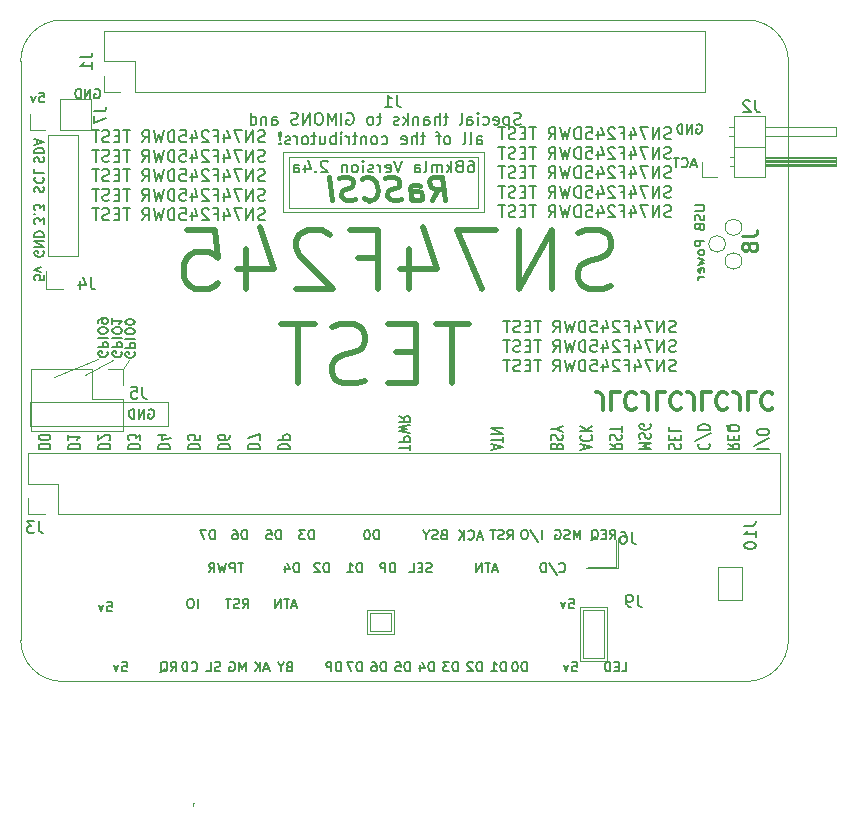
<source format=gbr>
%TF.GenerationSoftware,KiCad,Pcbnew,(5.1.12)-1*%
%TF.CreationDate,2022-02-12T18:24:05-06:00*%
%TF.ProjectId,rascsi_2p4,72617363-7369-45f3-9270-342e6b696361,rev?*%
%TF.SameCoordinates,PX59d60c0PY325aa00*%
%TF.FileFunction,Legend,Bot*%
%TF.FilePolarity,Positive*%
%FSLAX46Y46*%
G04 Gerber Fmt 4.6, Leading zero omitted, Abs format (unit mm)*
G04 Created by KiCad (PCBNEW (5.1.12)-1) date 2022-02-12 18:24:05*
%MOMM*%
%LPD*%
G01*
G04 APERTURE LIST*
%ADD10C,0.500000*%
%ADD11C,0.150000*%
%ADD12C,0.120000*%
%ADD13C,0.300000*%
%ADD14C,0.230000*%
%ADD15C,0.400000*%
%TA.AperFunction,Profile*%
%ADD16C,0.050000*%
%TD*%
G04 APERTURE END LIST*
D10*
X130310000Y-12223809D02*
X129595714Y-12461904D01*
X128405238Y-12461904D01*
X127929047Y-12223809D01*
X127690952Y-11985714D01*
X127452857Y-11509523D01*
X127452857Y-11033333D01*
X127690952Y-10557142D01*
X127929047Y-10319047D01*
X128405238Y-10080952D01*
X129357619Y-9842857D01*
X129833809Y-9604761D01*
X130071904Y-9366666D01*
X130310000Y-8890476D01*
X130310000Y-8414285D01*
X130071904Y-7938095D01*
X129833809Y-7700000D01*
X129357619Y-7461904D01*
X128167142Y-7461904D01*
X127452857Y-7700000D01*
X125310000Y-12461904D02*
X125310000Y-7461904D01*
X122452857Y-12461904D01*
X122452857Y-7461904D01*
X120548095Y-7461904D02*
X117214761Y-7461904D01*
X119357619Y-12461904D01*
X113167142Y-9128571D02*
X113167142Y-12461904D01*
X114357619Y-7223809D02*
X115548095Y-10795238D01*
X112452857Y-10795238D01*
X108881428Y-9842857D02*
X110548095Y-9842857D01*
X110548095Y-12461904D02*
X110548095Y-7461904D01*
X108167142Y-7461904D01*
X106500476Y-7938095D02*
X106262380Y-7700000D01*
X105786190Y-7461904D01*
X104595714Y-7461904D01*
X104119523Y-7700000D01*
X103881428Y-7938095D01*
X103643333Y-8414285D01*
X103643333Y-8890476D01*
X103881428Y-9604761D01*
X106738571Y-12461904D01*
X103643333Y-12461904D01*
X99357619Y-9128571D02*
X99357619Y-12461904D01*
X100548095Y-7223809D02*
X101738571Y-10795238D01*
X98643333Y-10795238D01*
X94357619Y-7461904D02*
X96738571Y-7461904D01*
X96976666Y-9842857D01*
X96738571Y-9604761D01*
X96262380Y-9366666D01*
X95071904Y-9366666D01*
X94595714Y-9604761D01*
X94357619Y-9842857D01*
X94119523Y-10319047D01*
X94119523Y-11509523D01*
X94357619Y-11985714D01*
X94595714Y-12223809D01*
X95071904Y-12461904D01*
X96262380Y-12461904D01*
X96738571Y-12223809D01*
X96976666Y-11985714D01*
X118286190Y-15461904D02*
X115429047Y-15461904D01*
X116857619Y-20461904D02*
X116857619Y-15461904D01*
X113762380Y-17842857D02*
X112095714Y-17842857D01*
X111381428Y-20461904D02*
X113762380Y-20461904D01*
X113762380Y-15461904D01*
X111381428Y-15461904D01*
X109476666Y-20223809D02*
X108762380Y-20461904D01*
X107571904Y-20461904D01*
X107095714Y-20223809D01*
X106857619Y-19985714D01*
X106619523Y-19509523D01*
X106619523Y-19033333D01*
X106857619Y-18557142D01*
X107095714Y-18319047D01*
X107571904Y-18080952D01*
X108524285Y-17842857D01*
X109000476Y-17604761D01*
X109238571Y-17366666D01*
X109476666Y-16890476D01*
X109476666Y-16414285D01*
X109238571Y-15938095D01*
X109000476Y-15700000D01*
X108524285Y-15461904D01*
X107333809Y-15461904D01*
X106619523Y-15700000D01*
X105190952Y-15461904D02*
X102333809Y-15461904D01*
X103762380Y-20461904D02*
X103762380Y-15461904D01*
D11*
X100971904Y-4761D02*
X100829047Y-52380D01*
X100590952Y-52380D01*
X100495714Y-4761D01*
X100448095Y42858D01*
X100400476Y138096D01*
X100400476Y233334D01*
X100448095Y328572D01*
X100495714Y376191D01*
X100590952Y423810D01*
X100781428Y471429D01*
X100876666Y519048D01*
X100924285Y566667D01*
X100971904Y661905D01*
X100971904Y757143D01*
X100924285Y852381D01*
X100876666Y900000D01*
X100781428Y947620D01*
X100543333Y947620D01*
X100400476Y900000D01*
X99971904Y-52380D02*
X99971904Y947620D01*
X99400476Y-52380D01*
X99400476Y947620D01*
X99019523Y947620D02*
X98352857Y947620D01*
X98781428Y-52380D01*
X97543333Y614286D02*
X97543333Y-52380D01*
X97781428Y995239D02*
X98019523Y280953D01*
X97400476Y280953D01*
X96686190Y471429D02*
X97019523Y471429D01*
X97019523Y-52380D02*
X97019523Y947620D01*
X96543333Y947620D01*
X96210000Y852381D02*
X96162380Y900000D01*
X96067142Y947620D01*
X95829047Y947620D01*
X95733809Y900000D01*
X95686190Y852381D01*
X95638571Y757143D01*
X95638571Y661905D01*
X95686190Y519048D01*
X96257619Y-52380D01*
X95638571Y-52380D01*
X94781428Y614286D02*
X94781428Y-52380D01*
X95019523Y995239D02*
X95257619Y280953D01*
X94638571Y280953D01*
X93781428Y947620D02*
X94257619Y947620D01*
X94305238Y471429D01*
X94257619Y519048D01*
X94162380Y566667D01*
X93924285Y566667D01*
X93829047Y519048D01*
X93781428Y471429D01*
X93733809Y376191D01*
X93733809Y138096D01*
X93781428Y42858D01*
X93829047Y-4761D01*
X93924285Y-52380D01*
X94162380Y-52380D01*
X94257619Y-4761D01*
X94305238Y42858D01*
X93305238Y-52380D02*
X93305238Y947620D01*
X93067142Y947620D01*
X92924285Y900000D01*
X92829047Y804762D01*
X92781428Y709524D01*
X92733809Y519048D01*
X92733809Y376191D01*
X92781428Y185715D01*
X92829047Y90477D01*
X92924285Y-4761D01*
X93067142Y-52380D01*
X93305238Y-52380D01*
X92400476Y947620D02*
X92162380Y-52380D01*
X91971904Y661905D01*
X91781428Y-52380D01*
X91543333Y947620D01*
X90590952Y-52380D02*
X90924285Y423810D01*
X91162380Y-52380D02*
X91162380Y947620D01*
X90781428Y947620D01*
X90686190Y900000D01*
X90638571Y852381D01*
X90590952Y757143D01*
X90590952Y614286D01*
X90638571Y519048D01*
X90686190Y471429D01*
X90781428Y423810D01*
X91162380Y423810D01*
X89543333Y947620D02*
X88971904Y947620D01*
X89257619Y-52380D02*
X89257619Y947620D01*
X88638571Y471429D02*
X88305238Y471429D01*
X88162380Y-52380D02*
X88638571Y-52380D01*
X88638571Y947620D01*
X88162380Y947620D01*
X87781428Y-4761D02*
X87638571Y-52380D01*
X87400476Y-52380D01*
X87305238Y-4761D01*
X87257619Y42858D01*
X87210000Y138096D01*
X87210000Y233334D01*
X87257619Y328572D01*
X87305238Y376191D01*
X87400476Y423810D01*
X87590952Y471429D01*
X87686190Y519048D01*
X87733809Y566667D01*
X87781428Y661905D01*
X87781428Y757143D01*
X87733809Y852381D01*
X87686190Y900000D01*
X87590952Y947620D01*
X87352857Y947620D01*
X87210000Y900000D01*
X86924285Y947620D02*
X86352857Y947620D01*
X86638571Y-52380D02*
X86638571Y947620D01*
X100971904Y-1654761D02*
X100829047Y-1702380D01*
X100590952Y-1702380D01*
X100495714Y-1654761D01*
X100448095Y-1607142D01*
X100400476Y-1511904D01*
X100400476Y-1416666D01*
X100448095Y-1321428D01*
X100495714Y-1273809D01*
X100590952Y-1226190D01*
X100781428Y-1178571D01*
X100876666Y-1130952D01*
X100924285Y-1083333D01*
X100971904Y-988095D01*
X100971904Y-892857D01*
X100924285Y-797619D01*
X100876666Y-750000D01*
X100781428Y-702380D01*
X100543333Y-702380D01*
X100400476Y-750000D01*
X99971904Y-1702380D02*
X99971904Y-702380D01*
X99400476Y-1702380D01*
X99400476Y-702380D01*
X99019523Y-702380D02*
X98352857Y-702380D01*
X98781428Y-1702380D01*
X97543333Y-1035714D02*
X97543333Y-1702380D01*
X97781428Y-654761D02*
X98019523Y-1369047D01*
X97400476Y-1369047D01*
X96686190Y-1178571D02*
X97019523Y-1178571D01*
X97019523Y-1702380D02*
X97019523Y-702380D01*
X96543333Y-702380D01*
X96210000Y-797619D02*
X96162380Y-750000D01*
X96067142Y-702380D01*
X95829047Y-702380D01*
X95733809Y-750000D01*
X95686190Y-797619D01*
X95638571Y-892857D01*
X95638571Y-988095D01*
X95686190Y-1130952D01*
X96257619Y-1702380D01*
X95638571Y-1702380D01*
X94781428Y-1035714D02*
X94781428Y-1702380D01*
X95019523Y-654761D02*
X95257619Y-1369047D01*
X94638571Y-1369047D01*
X93781428Y-702380D02*
X94257619Y-702380D01*
X94305238Y-1178571D01*
X94257619Y-1130952D01*
X94162380Y-1083333D01*
X93924285Y-1083333D01*
X93829047Y-1130952D01*
X93781428Y-1178571D01*
X93733809Y-1273809D01*
X93733809Y-1511904D01*
X93781428Y-1607142D01*
X93829047Y-1654761D01*
X93924285Y-1702380D01*
X94162380Y-1702380D01*
X94257619Y-1654761D01*
X94305238Y-1607142D01*
X93305238Y-1702380D02*
X93305238Y-702380D01*
X93067142Y-702380D01*
X92924285Y-750000D01*
X92829047Y-845238D01*
X92781428Y-940476D01*
X92733809Y-1130952D01*
X92733809Y-1273809D01*
X92781428Y-1464285D01*
X92829047Y-1559523D01*
X92924285Y-1654761D01*
X93067142Y-1702380D01*
X93305238Y-1702380D01*
X92400476Y-702380D02*
X92162380Y-1702380D01*
X91971904Y-988095D01*
X91781428Y-1702380D01*
X91543333Y-702380D01*
X90590952Y-1702380D02*
X90924285Y-1226190D01*
X91162380Y-1702380D02*
X91162380Y-702380D01*
X90781428Y-702380D01*
X90686190Y-750000D01*
X90638571Y-797619D01*
X90590952Y-892857D01*
X90590952Y-1035714D01*
X90638571Y-1130952D01*
X90686190Y-1178571D01*
X90781428Y-1226190D01*
X91162380Y-1226190D01*
X89543333Y-702380D02*
X88971904Y-702380D01*
X89257619Y-1702380D02*
X89257619Y-702380D01*
X88638571Y-1178571D02*
X88305238Y-1178571D01*
X88162380Y-1702380D02*
X88638571Y-1702380D01*
X88638571Y-702380D01*
X88162380Y-702380D01*
X87781428Y-1654761D02*
X87638571Y-1702380D01*
X87400476Y-1702380D01*
X87305238Y-1654761D01*
X87257619Y-1607142D01*
X87210000Y-1511904D01*
X87210000Y-1416666D01*
X87257619Y-1321428D01*
X87305238Y-1273809D01*
X87400476Y-1226190D01*
X87590952Y-1178571D01*
X87686190Y-1130952D01*
X87733809Y-1083333D01*
X87781428Y-988095D01*
X87781428Y-892857D01*
X87733809Y-797619D01*
X87686190Y-750000D01*
X87590952Y-702380D01*
X87352857Y-702380D01*
X87210000Y-750000D01*
X86924285Y-702380D02*
X86352857Y-702380D01*
X86638571Y-1702380D02*
X86638571Y-702380D01*
X100971904Y-4954761D02*
X100829047Y-5002380D01*
X100590952Y-5002380D01*
X100495714Y-4954761D01*
X100448095Y-4907142D01*
X100400476Y-4811904D01*
X100400476Y-4716666D01*
X100448095Y-4621428D01*
X100495714Y-4573809D01*
X100590952Y-4526190D01*
X100781428Y-4478571D01*
X100876666Y-4430952D01*
X100924285Y-4383333D01*
X100971904Y-4288095D01*
X100971904Y-4192857D01*
X100924285Y-4097619D01*
X100876666Y-4050000D01*
X100781428Y-4002380D01*
X100543333Y-4002380D01*
X100400476Y-4050000D01*
X99971904Y-5002380D02*
X99971904Y-4002380D01*
X99400476Y-5002380D01*
X99400476Y-4002380D01*
X99019523Y-4002380D02*
X98352857Y-4002380D01*
X98781428Y-5002380D01*
X97543333Y-4335714D02*
X97543333Y-5002380D01*
X97781428Y-3954761D02*
X98019523Y-4669047D01*
X97400476Y-4669047D01*
X96686190Y-4478571D02*
X97019523Y-4478571D01*
X97019523Y-5002380D02*
X97019523Y-4002380D01*
X96543333Y-4002380D01*
X96210000Y-4097619D02*
X96162380Y-4050000D01*
X96067142Y-4002380D01*
X95829047Y-4002380D01*
X95733809Y-4050000D01*
X95686190Y-4097619D01*
X95638571Y-4192857D01*
X95638571Y-4288095D01*
X95686190Y-4430952D01*
X96257619Y-5002380D01*
X95638571Y-5002380D01*
X94781428Y-4335714D02*
X94781428Y-5002380D01*
X95019523Y-3954761D02*
X95257619Y-4669047D01*
X94638571Y-4669047D01*
X93781428Y-4002380D02*
X94257619Y-4002380D01*
X94305238Y-4478571D01*
X94257619Y-4430952D01*
X94162380Y-4383333D01*
X93924285Y-4383333D01*
X93829047Y-4430952D01*
X93781428Y-4478571D01*
X93733809Y-4573809D01*
X93733809Y-4811904D01*
X93781428Y-4907142D01*
X93829047Y-4954761D01*
X93924285Y-5002380D01*
X94162380Y-5002380D01*
X94257619Y-4954761D01*
X94305238Y-4907142D01*
X93305238Y-5002380D02*
X93305238Y-4002380D01*
X93067142Y-4002380D01*
X92924285Y-4050000D01*
X92829047Y-4145238D01*
X92781428Y-4240476D01*
X92733809Y-4430952D01*
X92733809Y-4573809D01*
X92781428Y-4764285D01*
X92829047Y-4859523D01*
X92924285Y-4954761D01*
X93067142Y-5002380D01*
X93305238Y-5002380D01*
X92400476Y-4002380D02*
X92162380Y-5002380D01*
X91971904Y-4288095D01*
X91781428Y-5002380D01*
X91543333Y-4002380D01*
X90590952Y-5002380D02*
X90924285Y-4526190D01*
X91162380Y-5002380D02*
X91162380Y-4002380D01*
X90781428Y-4002380D01*
X90686190Y-4050000D01*
X90638571Y-4097619D01*
X90590952Y-4192857D01*
X90590952Y-4335714D01*
X90638571Y-4430952D01*
X90686190Y-4478571D01*
X90781428Y-4526190D01*
X91162380Y-4526190D01*
X89543333Y-4002380D02*
X88971904Y-4002380D01*
X89257619Y-5002380D02*
X89257619Y-4002380D01*
X88638571Y-4478571D02*
X88305238Y-4478571D01*
X88162380Y-5002380D02*
X88638571Y-5002380D01*
X88638571Y-4002380D01*
X88162380Y-4002380D01*
X87781428Y-4954761D02*
X87638571Y-5002380D01*
X87400476Y-5002380D01*
X87305238Y-4954761D01*
X87257619Y-4907142D01*
X87210000Y-4811904D01*
X87210000Y-4716666D01*
X87257619Y-4621428D01*
X87305238Y-4573809D01*
X87400476Y-4526190D01*
X87590952Y-4478571D01*
X87686190Y-4430952D01*
X87733809Y-4383333D01*
X87781428Y-4288095D01*
X87781428Y-4192857D01*
X87733809Y-4097619D01*
X87686190Y-4050000D01*
X87590952Y-4002380D01*
X87352857Y-4002380D01*
X87210000Y-4050000D01*
X86924285Y-4002380D02*
X86352857Y-4002380D01*
X86638571Y-5002380D02*
X86638571Y-4002380D01*
X100971904Y-3304761D02*
X100829047Y-3352380D01*
X100590952Y-3352380D01*
X100495714Y-3304761D01*
X100448095Y-3257142D01*
X100400476Y-3161904D01*
X100400476Y-3066666D01*
X100448095Y-2971428D01*
X100495714Y-2923809D01*
X100590952Y-2876190D01*
X100781428Y-2828571D01*
X100876666Y-2780952D01*
X100924285Y-2733333D01*
X100971904Y-2638095D01*
X100971904Y-2542857D01*
X100924285Y-2447619D01*
X100876666Y-2400000D01*
X100781428Y-2352380D01*
X100543333Y-2352380D01*
X100400476Y-2400000D01*
X99971904Y-3352380D02*
X99971904Y-2352380D01*
X99400476Y-3352380D01*
X99400476Y-2352380D01*
X99019523Y-2352380D02*
X98352857Y-2352380D01*
X98781428Y-3352380D01*
X97543333Y-2685714D02*
X97543333Y-3352380D01*
X97781428Y-2304761D02*
X98019523Y-3019047D01*
X97400476Y-3019047D01*
X96686190Y-2828571D02*
X97019523Y-2828571D01*
X97019523Y-3352380D02*
X97019523Y-2352380D01*
X96543333Y-2352380D01*
X96210000Y-2447619D02*
X96162380Y-2400000D01*
X96067142Y-2352380D01*
X95829047Y-2352380D01*
X95733809Y-2400000D01*
X95686190Y-2447619D01*
X95638571Y-2542857D01*
X95638571Y-2638095D01*
X95686190Y-2780952D01*
X96257619Y-3352380D01*
X95638571Y-3352380D01*
X94781428Y-2685714D02*
X94781428Y-3352380D01*
X95019523Y-2304761D02*
X95257619Y-3019047D01*
X94638571Y-3019047D01*
X93781428Y-2352380D02*
X94257619Y-2352380D01*
X94305238Y-2828571D01*
X94257619Y-2780952D01*
X94162380Y-2733333D01*
X93924285Y-2733333D01*
X93829047Y-2780952D01*
X93781428Y-2828571D01*
X93733809Y-2923809D01*
X93733809Y-3161904D01*
X93781428Y-3257142D01*
X93829047Y-3304761D01*
X93924285Y-3352380D01*
X94162380Y-3352380D01*
X94257619Y-3304761D01*
X94305238Y-3257142D01*
X93305238Y-3352380D02*
X93305238Y-2352380D01*
X93067142Y-2352380D01*
X92924285Y-2400000D01*
X92829047Y-2495238D01*
X92781428Y-2590476D01*
X92733809Y-2780952D01*
X92733809Y-2923809D01*
X92781428Y-3114285D01*
X92829047Y-3209523D01*
X92924285Y-3304761D01*
X93067142Y-3352380D01*
X93305238Y-3352380D01*
X92400476Y-2352380D02*
X92162380Y-3352380D01*
X91971904Y-2638095D01*
X91781428Y-3352380D01*
X91543333Y-2352380D01*
X90590952Y-3352380D02*
X90924285Y-2876190D01*
X91162380Y-3352380D02*
X91162380Y-2352380D01*
X90781428Y-2352380D01*
X90686190Y-2400000D01*
X90638571Y-2447619D01*
X90590952Y-2542857D01*
X90590952Y-2685714D01*
X90638571Y-2780952D01*
X90686190Y-2828571D01*
X90781428Y-2876190D01*
X91162380Y-2876190D01*
X89543333Y-2352380D02*
X88971904Y-2352380D01*
X89257619Y-3352380D02*
X89257619Y-2352380D01*
X88638571Y-2828571D02*
X88305238Y-2828571D01*
X88162380Y-3352380D02*
X88638571Y-3352380D01*
X88638571Y-2352380D01*
X88162380Y-2352380D01*
X87781428Y-3304761D02*
X87638571Y-3352380D01*
X87400476Y-3352380D01*
X87305238Y-3304761D01*
X87257619Y-3257142D01*
X87210000Y-3161904D01*
X87210000Y-3066666D01*
X87257619Y-2971428D01*
X87305238Y-2923809D01*
X87400476Y-2876190D01*
X87590952Y-2828571D01*
X87686190Y-2780952D01*
X87733809Y-2733333D01*
X87781428Y-2638095D01*
X87781428Y-2542857D01*
X87733809Y-2447619D01*
X87686190Y-2400000D01*
X87590952Y-2352380D01*
X87352857Y-2352380D01*
X87210000Y-2400000D01*
X86924285Y-2352380D02*
X86352857Y-2352380D01*
X86638571Y-3352380D02*
X86638571Y-2352380D01*
X100971904Y-6604761D02*
X100829047Y-6652380D01*
X100590952Y-6652380D01*
X100495714Y-6604761D01*
X100448095Y-6557142D01*
X100400476Y-6461904D01*
X100400476Y-6366666D01*
X100448095Y-6271428D01*
X100495714Y-6223809D01*
X100590952Y-6176190D01*
X100781428Y-6128571D01*
X100876666Y-6080952D01*
X100924285Y-6033333D01*
X100971904Y-5938095D01*
X100971904Y-5842857D01*
X100924285Y-5747619D01*
X100876666Y-5700000D01*
X100781428Y-5652380D01*
X100543333Y-5652380D01*
X100400476Y-5700000D01*
X99971904Y-6652380D02*
X99971904Y-5652380D01*
X99400476Y-6652380D01*
X99400476Y-5652380D01*
X99019523Y-5652380D02*
X98352857Y-5652380D01*
X98781428Y-6652380D01*
X97543333Y-5985714D02*
X97543333Y-6652380D01*
X97781428Y-5604761D02*
X98019523Y-6319047D01*
X97400476Y-6319047D01*
X96686190Y-6128571D02*
X97019523Y-6128571D01*
X97019523Y-6652380D02*
X97019523Y-5652380D01*
X96543333Y-5652380D01*
X96210000Y-5747619D02*
X96162380Y-5700000D01*
X96067142Y-5652380D01*
X95829047Y-5652380D01*
X95733809Y-5700000D01*
X95686190Y-5747619D01*
X95638571Y-5842857D01*
X95638571Y-5938095D01*
X95686190Y-6080952D01*
X96257619Y-6652380D01*
X95638571Y-6652380D01*
X94781428Y-5985714D02*
X94781428Y-6652380D01*
X95019523Y-5604761D02*
X95257619Y-6319047D01*
X94638571Y-6319047D01*
X93781428Y-5652380D02*
X94257619Y-5652380D01*
X94305238Y-6128571D01*
X94257619Y-6080952D01*
X94162380Y-6033333D01*
X93924285Y-6033333D01*
X93829047Y-6080952D01*
X93781428Y-6128571D01*
X93733809Y-6223809D01*
X93733809Y-6461904D01*
X93781428Y-6557142D01*
X93829047Y-6604761D01*
X93924285Y-6652380D01*
X94162380Y-6652380D01*
X94257619Y-6604761D01*
X94305238Y-6557142D01*
X93305238Y-6652380D02*
X93305238Y-5652380D01*
X93067142Y-5652380D01*
X92924285Y-5700000D01*
X92829047Y-5795238D01*
X92781428Y-5890476D01*
X92733809Y-6080952D01*
X92733809Y-6223809D01*
X92781428Y-6414285D01*
X92829047Y-6509523D01*
X92924285Y-6604761D01*
X93067142Y-6652380D01*
X93305238Y-6652380D01*
X92400476Y-5652380D02*
X92162380Y-6652380D01*
X91971904Y-5938095D01*
X91781428Y-6652380D01*
X91543333Y-5652380D01*
X90590952Y-6652380D02*
X90924285Y-6176190D01*
X91162380Y-6652380D02*
X91162380Y-5652380D01*
X90781428Y-5652380D01*
X90686190Y-5700000D01*
X90638571Y-5747619D01*
X90590952Y-5842857D01*
X90590952Y-5985714D01*
X90638571Y-6080952D01*
X90686190Y-6128571D01*
X90781428Y-6176190D01*
X91162380Y-6176190D01*
X89543333Y-5652380D02*
X88971904Y-5652380D01*
X89257619Y-6652380D02*
X89257619Y-5652380D01*
X88638571Y-6128571D02*
X88305238Y-6128571D01*
X88162380Y-6652380D02*
X88638571Y-6652380D01*
X88638571Y-5652380D01*
X88162380Y-5652380D01*
X87781428Y-6604761D02*
X87638571Y-6652380D01*
X87400476Y-6652380D01*
X87305238Y-6604761D01*
X87257619Y-6557142D01*
X87210000Y-6461904D01*
X87210000Y-6366666D01*
X87257619Y-6271428D01*
X87305238Y-6223809D01*
X87400476Y-6176190D01*
X87590952Y-6128571D01*
X87686190Y-6080952D01*
X87733809Y-6033333D01*
X87781428Y-5938095D01*
X87781428Y-5842857D01*
X87733809Y-5747619D01*
X87686190Y-5700000D01*
X87590952Y-5652380D01*
X87352857Y-5652380D01*
X87210000Y-5700000D01*
X86924285Y-5652380D02*
X86352857Y-5652380D01*
X86638571Y-6652380D02*
X86638571Y-5652380D01*
X135371904Y245239D02*
X135229047Y197620D01*
X134990952Y197620D01*
X134895714Y245239D01*
X134848095Y292858D01*
X134800476Y388096D01*
X134800476Y483334D01*
X134848095Y578572D01*
X134895714Y626191D01*
X134990952Y673810D01*
X135181428Y721429D01*
X135276666Y769048D01*
X135324285Y816667D01*
X135371904Y911905D01*
X135371904Y1007143D01*
X135324285Y1102381D01*
X135276666Y1150000D01*
X135181428Y1197620D01*
X134943333Y1197620D01*
X134800476Y1150000D01*
X134371904Y197620D02*
X134371904Y1197620D01*
X133800476Y197620D01*
X133800476Y1197620D01*
X133419523Y1197620D02*
X132752857Y1197620D01*
X133181428Y197620D01*
X131943333Y864286D02*
X131943333Y197620D01*
X132181428Y1245239D02*
X132419523Y530953D01*
X131800476Y530953D01*
X131086190Y721429D02*
X131419523Y721429D01*
X131419523Y197620D02*
X131419523Y1197620D01*
X130943333Y1197620D01*
X130610000Y1102381D02*
X130562380Y1150000D01*
X130467142Y1197620D01*
X130229047Y1197620D01*
X130133809Y1150000D01*
X130086190Y1102381D01*
X130038571Y1007143D01*
X130038571Y911905D01*
X130086190Y769048D01*
X130657619Y197620D01*
X130038571Y197620D01*
X129181428Y864286D02*
X129181428Y197620D01*
X129419523Y1245239D02*
X129657619Y530953D01*
X129038571Y530953D01*
X128181428Y1197620D02*
X128657619Y1197620D01*
X128705238Y721429D01*
X128657619Y769048D01*
X128562380Y816667D01*
X128324285Y816667D01*
X128229047Y769048D01*
X128181428Y721429D01*
X128133809Y626191D01*
X128133809Y388096D01*
X128181428Y292858D01*
X128229047Y245239D01*
X128324285Y197620D01*
X128562380Y197620D01*
X128657619Y245239D01*
X128705238Y292858D01*
X127705238Y197620D02*
X127705238Y1197620D01*
X127467142Y1197620D01*
X127324285Y1150000D01*
X127229047Y1054762D01*
X127181428Y959524D01*
X127133809Y769048D01*
X127133809Y626191D01*
X127181428Y435715D01*
X127229047Y340477D01*
X127324285Y245239D01*
X127467142Y197620D01*
X127705238Y197620D01*
X126800476Y1197620D02*
X126562380Y197620D01*
X126371904Y911905D01*
X126181428Y197620D01*
X125943333Y1197620D01*
X124990952Y197620D02*
X125324285Y673810D01*
X125562380Y197620D02*
X125562380Y1197620D01*
X125181428Y1197620D01*
X125086190Y1150000D01*
X125038571Y1102381D01*
X124990952Y1007143D01*
X124990952Y864286D01*
X125038571Y769048D01*
X125086190Y721429D01*
X125181428Y673810D01*
X125562380Y673810D01*
X123943333Y1197620D02*
X123371904Y1197620D01*
X123657619Y197620D02*
X123657619Y1197620D01*
X123038571Y721429D02*
X122705238Y721429D01*
X122562380Y197620D02*
X123038571Y197620D01*
X123038571Y1197620D01*
X122562380Y1197620D01*
X122181428Y245239D02*
X122038571Y197620D01*
X121800476Y197620D01*
X121705238Y245239D01*
X121657619Y292858D01*
X121610000Y388096D01*
X121610000Y483334D01*
X121657619Y578572D01*
X121705238Y626191D01*
X121800476Y673810D01*
X121990952Y721429D01*
X122086190Y769048D01*
X122133809Y816667D01*
X122181428Y911905D01*
X122181428Y1007143D01*
X122133809Y1102381D01*
X122086190Y1150000D01*
X121990952Y1197620D01*
X121752857Y1197620D01*
X121610000Y1150000D01*
X121324285Y1197620D02*
X120752857Y1197620D01*
X121038571Y197620D02*
X121038571Y1197620D01*
X135371904Y-3054761D02*
X135229047Y-3102380D01*
X134990952Y-3102380D01*
X134895714Y-3054761D01*
X134848095Y-3007142D01*
X134800476Y-2911904D01*
X134800476Y-2816666D01*
X134848095Y-2721428D01*
X134895714Y-2673809D01*
X134990952Y-2626190D01*
X135181428Y-2578571D01*
X135276666Y-2530952D01*
X135324285Y-2483333D01*
X135371904Y-2388095D01*
X135371904Y-2292857D01*
X135324285Y-2197619D01*
X135276666Y-2150000D01*
X135181428Y-2102380D01*
X134943333Y-2102380D01*
X134800476Y-2150000D01*
X134371904Y-3102380D02*
X134371904Y-2102380D01*
X133800476Y-3102380D01*
X133800476Y-2102380D01*
X133419523Y-2102380D02*
X132752857Y-2102380D01*
X133181428Y-3102380D01*
X131943333Y-2435714D02*
X131943333Y-3102380D01*
X132181428Y-2054761D02*
X132419523Y-2769047D01*
X131800476Y-2769047D01*
X131086190Y-2578571D02*
X131419523Y-2578571D01*
X131419523Y-3102380D02*
X131419523Y-2102380D01*
X130943333Y-2102380D01*
X130610000Y-2197619D02*
X130562380Y-2150000D01*
X130467142Y-2102380D01*
X130229047Y-2102380D01*
X130133809Y-2150000D01*
X130086190Y-2197619D01*
X130038571Y-2292857D01*
X130038571Y-2388095D01*
X130086190Y-2530952D01*
X130657619Y-3102380D01*
X130038571Y-3102380D01*
X129181428Y-2435714D02*
X129181428Y-3102380D01*
X129419523Y-2054761D02*
X129657619Y-2769047D01*
X129038571Y-2769047D01*
X128181428Y-2102380D02*
X128657619Y-2102380D01*
X128705238Y-2578571D01*
X128657619Y-2530952D01*
X128562380Y-2483333D01*
X128324285Y-2483333D01*
X128229047Y-2530952D01*
X128181428Y-2578571D01*
X128133809Y-2673809D01*
X128133809Y-2911904D01*
X128181428Y-3007142D01*
X128229047Y-3054761D01*
X128324285Y-3102380D01*
X128562380Y-3102380D01*
X128657619Y-3054761D01*
X128705238Y-3007142D01*
X127705238Y-3102380D02*
X127705238Y-2102380D01*
X127467142Y-2102380D01*
X127324285Y-2150000D01*
X127229047Y-2245238D01*
X127181428Y-2340476D01*
X127133809Y-2530952D01*
X127133809Y-2673809D01*
X127181428Y-2864285D01*
X127229047Y-2959523D01*
X127324285Y-3054761D01*
X127467142Y-3102380D01*
X127705238Y-3102380D01*
X126800476Y-2102380D02*
X126562380Y-3102380D01*
X126371904Y-2388095D01*
X126181428Y-3102380D01*
X125943333Y-2102380D01*
X124990952Y-3102380D02*
X125324285Y-2626190D01*
X125562380Y-3102380D02*
X125562380Y-2102380D01*
X125181428Y-2102380D01*
X125086190Y-2150000D01*
X125038571Y-2197619D01*
X124990952Y-2292857D01*
X124990952Y-2435714D01*
X125038571Y-2530952D01*
X125086190Y-2578571D01*
X125181428Y-2626190D01*
X125562380Y-2626190D01*
X123943333Y-2102380D02*
X123371904Y-2102380D01*
X123657619Y-3102380D02*
X123657619Y-2102380D01*
X123038571Y-2578571D02*
X122705238Y-2578571D01*
X122562380Y-3102380D02*
X123038571Y-3102380D01*
X123038571Y-2102380D01*
X122562380Y-2102380D01*
X122181428Y-3054761D02*
X122038571Y-3102380D01*
X121800476Y-3102380D01*
X121705238Y-3054761D01*
X121657619Y-3007142D01*
X121610000Y-2911904D01*
X121610000Y-2816666D01*
X121657619Y-2721428D01*
X121705238Y-2673809D01*
X121800476Y-2626190D01*
X121990952Y-2578571D01*
X122086190Y-2530952D01*
X122133809Y-2483333D01*
X122181428Y-2388095D01*
X122181428Y-2292857D01*
X122133809Y-2197619D01*
X122086190Y-2150000D01*
X121990952Y-2102380D01*
X121752857Y-2102380D01*
X121610000Y-2150000D01*
X121324285Y-2102380D02*
X120752857Y-2102380D01*
X121038571Y-3102380D02*
X121038571Y-2102380D01*
X135371904Y-1404761D02*
X135229047Y-1452380D01*
X134990952Y-1452380D01*
X134895714Y-1404761D01*
X134848095Y-1357142D01*
X134800476Y-1261904D01*
X134800476Y-1166666D01*
X134848095Y-1071428D01*
X134895714Y-1023809D01*
X134990952Y-976190D01*
X135181428Y-928571D01*
X135276666Y-880952D01*
X135324285Y-833333D01*
X135371904Y-738095D01*
X135371904Y-642857D01*
X135324285Y-547619D01*
X135276666Y-500000D01*
X135181428Y-452380D01*
X134943333Y-452380D01*
X134800476Y-500000D01*
X134371904Y-1452380D02*
X134371904Y-452380D01*
X133800476Y-1452380D01*
X133800476Y-452380D01*
X133419523Y-452380D02*
X132752857Y-452380D01*
X133181428Y-1452380D01*
X131943333Y-785714D02*
X131943333Y-1452380D01*
X132181428Y-404761D02*
X132419523Y-1119047D01*
X131800476Y-1119047D01*
X131086190Y-928571D02*
X131419523Y-928571D01*
X131419523Y-1452380D02*
X131419523Y-452380D01*
X130943333Y-452380D01*
X130610000Y-547619D02*
X130562380Y-500000D01*
X130467142Y-452380D01*
X130229047Y-452380D01*
X130133809Y-500000D01*
X130086190Y-547619D01*
X130038571Y-642857D01*
X130038571Y-738095D01*
X130086190Y-880952D01*
X130657619Y-1452380D01*
X130038571Y-1452380D01*
X129181428Y-785714D02*
X129181428Y-1452380D01*
X129419523Y-404761D02*
X129657619Y-1119047D01*
X129038571Y-1119047D01*
X128181428Y-452380D02*
X128657619Y-452380D01*
X128705238Y-928571D01*
X128657619Y-880952D01*
X128562380Y-833333D01*
X128324285Y-833333D01*
X128229047Y-880952D01*
X128181428Y-928571D01*
X128133809Y-1023809D01*
X128133809Y-1261904D01*
X128181428Y-1357142D01*
X128229047Y-1404761D01*
X128324285Y-1452380D01*
X128562380Y-1452380D01*
X128657619Y-1404761D01*
X128705238Y-1357142D01*
X127705238Y-1452380D02*
X127705238Y-452380D01*
X127467142Y-452380D01*
X127324285Y-500000D01*
X127229047Y-595238D01*
X127181428Y-690476D01*
X127133809Y-880952D01*
X127133809Y-1023809D01*
X127181428Y-1214285D01*
X127229047Y-1309523D01*
X127324285Y-1404761D01*
X127467142Y-1452380D01*
X127705238Y-1452380D01*
X126800476Y-452380D02*
X126562380Y-1452380D01*
X126371904Y-738095D01*
X126181428Y-1452380D01*
X125943333Y-452380D01*
X124990952Y-1452380D02*
X125324285Y-976190D01*
X125562380Y-1452380D02*
X125562380Y-452380D01*
X125181428Y-452380D01*
X125086190Y-500000D01*
X125038571Y-547619D01*
X124990952Y-642857D01*
X124990952Y-785714D01*
X125038571Y-880952D01*
X125086190Y-928571D01*
X125181428Y-976190D01*
X125562380Y-976190D01*
X123943333Y-452380D02*
X123371904Y-452380D01*
X123657619Y-1452380D02*
X123657619Y-452380D01*
X123038571Y-928571D02*
X122705238Y-928571D01*
X122562380Y-1452380D02*
X123038571Y-1452380D01*
X123038571Y-452380D01*
X122562380Y-452380D01*
X122181428Y-1404761D02*
X122038571Y-1452380D01*
X121800476Y-1452380D01*
X121705238Y-1404761D01*
X121657619Y-1357142D01*
X121610000Y-1261904D01*
X121610000Y-1166666D01*
X121657619Y-1071428D01*
X121705238Y-1023809D01*
X121800476Y-976190D01*
X121990952Y-928571D01*
X122086190Y-880952D01*
X122133809Y-833333D01*
X122181428Y-738095D01*
X122181428Y-642857D01*
X122133809Y-547619D01*
X122086190Y-500000D01*
X121990952Y-452380D01*
X121752857Y-452380D01*
X121610000Y-500000D01*
X121324285Y-452380D02*
X120752857Y-452380D01*
X121038571Y-1452380D02*
X121038571Y-452380D01*
X135371904Y-4704761D02*
X135229047Y-4752380D01*
X134990952Y-4752380D01*
X134895714Y-4704761D01*
X134848095Y-4657142D01*
X134800476Y-4561904D01*
X134800476Y-4466666D01*
X134848095Y-4371428D01*
X134895714Y-4323809D01*
X134990952Y-4276190D01*
X135181428Y-4228571D01*
X135276666Y-4180952D01*
X135324285Y-4133333D01*
X135371904Y-4038095D01*
X135371904Y-3942857D01*
X135324285Y-3847619D01*
X135276666Y-3800000D01*
X135181428Y-3752380D01*
X134943333Y-3752380D01*
X134800476Y-3800000D01*
X134371904Y-4752380D02*
X134371904Y-3752380D01*
X133800476Y-4752380D01*
X133800476Y-3752380D01*
X133419523Y-3752380D02*
X132752857Y-3752380D01*
X133181428Y-4752380D01*
X131943333Y-4085714D02*
X131943333Y-4752380D01*
X132181428Y-3704761D02*
X132419523Y-4419047D01*
X131800476Y-4419047D01*
X131086190Y-4228571D02*
X131419523Y-4228571D01*
X131419523Y-4752380D02*
X131419523Y-3752380D01*
X130943333Y-3752380D01*
X130610000Y-3847619D02*
X130562380Y-3800000D01*
X130467142Y-3752380D01*
X130229047Y-3752380D01*
X130133809Y-3800000D01*
X130086190Y-3847619D01*
X130038571Y-3942857D01*
X130038571Y-4038095D01*
X130086190Y-4180952D01*
X130657619Y-4752380D01*
X130038571Y-4752380D01*
X129181428Y-4085714D02*
X129181428Y-4752380D01*
X129419523Y-3704761D02*
X129657619Y-4419047D01*
X129038571Y-4419047D01*
X128181428Y-3752380D02*
X128657619Y-3752380D01*
X128705238Y-4228571D01*
X128657619Y-4180952D01*
X128562380Y-4133333D01*
X128324285Y-4133333D01*
X128229047Y-4180952D01*
X128181428Y-4228571D01*
X128133809Y-4323809D01*
X128133809Y-4561904D01*
X128181428Y-4657142D01*
X128229047Y-4704761D01*
X128324285Y-4752380D01*
X128562380Y-4752380D01*
X128657619Y-4704761D01*
X128705238Y-4657142D01*
X127705238Y-4752380D02*
X127705238Y-3752380D01*
X127467142Y-3752380D01*
X127324285Y-3800000D01*
X127229047Y-3895238D01*
X127181428Y-3990476D01*
X127133809Y-4180952D01*
X127133809Y-4323809D01*
X127181428Y-4514285D01*
X127229047Y-4609523D01*
X127324285Y-4704761D01*
X127467142Y-4752380D01*
X127705238Y-4752380D01*
X126800476Y-3752380D02*
X126562380Y-4752380D01*
X126371904Y-4038095D01*
X126181428Y-4752380D01*
X125943333Y-3752380D01*
X124990952Y-4752380D02*
X125324285Y-4276190D01*
X125562380Y-4752380D02*
X125562380Y-3752380D01*
X125181428Y-3752380D01*
X125086190Y-3800000D01*
X125038571Y-3847619D01*
X124990952Y-3942857D01*
X124990952Y-4085714D01*
X125038571Y-4180952D01*
X125086190Y-4228571D01*
X125181428Y-4276190D01*
X125562380Y-4276190D01*
X123943333Y-3752380D02*
X123371904Y-3752380D01*
X123657619Y-4752380D02*
X123657619Y-3752380D01*
X123038571Y-4228571D02*
X122705238Y-4228571D01*
X122562380Y-4752380D02*
X123038571Y-4752380D01*
X123038571Y-3752380D01*
X122562380Y-3752380D01*
X122181428Y-4704761D02*
X122038571Y-4752380D01*
X121800476Y-4752380D01*
X121705238Y-4704761D01*
X121657619Y-4657142D01*
X121610000Y-4561904D01*
X121610000Y-4466666D01*
X121657619Y-4371428D01*
X121705238Y-4323809D01*
X121800476Y-4276190D01*
X121990952Y-4228571D01*
X122086190Y-4180952D01*
X122133809Y-4133333D01*
X122181428Y-4038095D01*
X122181428Y-3942857D01*
X122133809Y-3847619D01*
X122086190Y-3800000D01*
X121990952Y-3752380D01*
X121752857Y-3752380D01*
X121610000Y-3800000D01*
X121324285Y-3752380D02*
X120752857Y-3752380D01*
X121038571Y-4752380D02*
X121038571Y-3752380D01*
X135371904Y-6354761D02*
X135229047Y-6402380D01*
X134990952Y-6402380D01*
X134895714Y-6354761D01*
X134848095Y-6307142D01*
X134800476Y-6211904D01*
X134800476Y-6116666D01*
X134848095Y-6021428D01*
X134895714Y-5973809D01*
X134990952Y-5926190D01*
X135181428Y-5878571D01*
X135276666Y-5830952D01*
X135324285Y-5783333D01*
X135371904Y-5688095D01*
X135371904Y-5592857D01*
X135324285Y-5497619D01*
X135276666Y-5450000D01*
X135181428Y-5402380D01*
X134943333Y-5402380D01*
X134800476Y-5450000D01*
X134371904Y-6402380D02*
X134371904Y-5402380D01*
X133800476Y-6402380D01*
X133800476Y-5402380D01*
X133419523Y-5402380D02*
X132752857Y-5402380D01*
X133181428Y-6402380D01*
X131943333Y-5735714D02*
X131943333Y-6402380D01*
X132181428Y-5354761D02*
X132419523Y-6069047D01*
X131800476Y-6069047D01*
X131086190Y-5878571D02*
X131419523Y-5878571D01*
X131419523Y-6402380D02*
X131419523Y-5402380D01*
X130943333Y-5402380D01*
X130610000Y-5497619D02*
X130562380Y-5450000D01*
X130467142Y-5402380D01*
X130229047Y-5402380D01*
X130133809Y-5450000D01*
X130086190Y-5497619D01*
X130038571Y-5592857D01*
X130038571Y-5688095D01*
X130086190Y-5830952D01*
X130657619Y-6402380D01*
X130038571Y-6402380D01*
X129181428Y-5735714D02*
X129181428Y-6402380D01*
X129419523Y-5354761D02*
X129657619Y-6069047D01*
X129038571Y-6069047D01*
X128181428Y-5402380D02*
X128657619Y-5402380D01*
X128705238Y-5878571D01*
X128657619Y-5830952D01*
X128562380Y-5783333D01*
X128324285Y-5783333D01*
X128229047Y-5830952D01*
X128181428Y-5878571D01*
X128133809Y-5973809D01*
X128133809Y-6211904D01*
X128181428Y-6307142D01*
X128229047Y-6354761D01*
X128324285Y-6402380D01*
X128562380Y-6402380D01*
X128657619Y-6354761D01*
X128705238Y-6307142D01*
X127705238Y-6402380D02*
X127705238Y-5402380D01*
X127467142Y-5402380D01*
X127324285Y-5450000D01*
X127229047Y-5545238D01*
X127181428Y-5640476D01*
X127133809Y-5830952D01*
X127133809Y-5973809D01*
X127181428Y-6164285D01*
X127229047Y-6259523D01*
X127324285Y-6354761D01*
X127467142Y-6402380D01*
X127705238Y-6402380D01*
X126800476Y-5402380D02*
X126562380Y-6402380D01*
X126371904Y-5688095D01*
X126181428Y-6402380D01*
X125943333Y-5402380D01*
X124990952Y-6402380D02*
X125324285Y-5926190D01*
X125562380Y-6402380D02*
X125562380Y-5402380D01*
X125181428Y-5402380D01*
X125086190Y-5450000D01*
X125038571Y-5497619D01*
X124990952Y-5592857D01*
X124990952Y-5735714D01*
X125038571Y-5830952D01*
X125086190Y-5878571D01*
X125181428Y-5926190D01*
X125562380Y-5926190D01*
X123943333Y-5402380D02*
X123371904Y-5402380D01*
X123657619Y-6402380D02*
X123657619Y-5402380D01*
X123038571Y-5878571D02*
X122705238Y-5878571D01*
X122562380Y-6402380D02*
X123038571Y-6402380D01*
X123038571Y-5402380D01*
X122562380Y-5402380D01*
X122181428Y-6354761D02*
X122038571Y-6402380D01*
X121800476Y-6402380D01*
X121705238Y-6354761D01*
X121657619Y-6307142D01*
X121610000Y-6211904D01*
X121610000Y-6116666D01*
X121657619Y-6021428D01*
X121705238Y-5973809D01*
X121800476Y-5926190D01*
X121990952Y-5878571D01*
X122086190Y-5830952D01*
X122133809Y-5783333D01*
X122181428Y-5688095D01*
X122181428Y-5592857D01*
X122133809Y-5497619D01*
X122086190Y-5450000D01*
X121990952Y-5402380D01*
X121752857Y-5402380D01*
X121610000Y-5450000D01*
X121324285Y-5402380D02*
X120752857Y-5402380D01*
X121038571Y-6402380D02*
X121038571Y-5402380D01*
X135771904Y-16104761D02*
X135629047Y-16152380D01*
X135390952Y-16152380D01*
X135295714Y-16104761D01*
X135248095Y-16057142D01*
X135200476Y-15961904D01*
X135200476Y-15866666D01*
X135248095Y-15771428D01*
X135295714Y-15723809D01*
X135390952Y-15676190D01*
X135581428Y-15628571D01*
X135676666Y-15580952D01*
X135724285Y-15533333D01*
X135771904Y-15438095D01*
X135771904Y-15342857D01*
X135724285Y-15247619D01*
X135676666Y-15200000D01*
X135581428Y-15152380D01*
X135343333Y-15152380D01*
X135200476Y-15200000D01*
X134771904Y-16152380D02*
X134771904Y-15152380D01*
X134200476Y-16152380D01*
X134200476Y-15152380D01*
X133819523Y-15152380D02*
X133152857Y-15152380D01*
X133581428Y-16152380D01*
X132343333Y-15485714D02*
X132343333Y-16152380D01*
X132581428Y-15104761D02*
X132819523Y-15819047D01*
X132200476Y-15819047D01*
X131486190Y-15628571D02*
X131819523Y-15628571D01*
X131819523Y-16152380D02*
X131819523Y-15152380D01*
X131343333Y-15152380D01*
X131010000Y-15247619D02*
X130962380Y-15200000D01*
X130867142Y-15152380D01*
X130629047Y-15152380D01*
X130533809Y-15200000D01*
X130486190Y-15247619D01*
X130438571Y-15342857D01*
X130438571Y-15438095D01*
X130486190Y-15580952D01*
X131057619Y-16152380D01*
X130438571Y-16152380D01*
X129581428Y-15485714D02*
X129581428Y-16152380D01*
X129819523Y-15104761D02*
X130057619Y-15819047D01*
X129438571Y-15819047D01*
X128581428Y-15152380D02*
X129057619Y-15152380D01*
X129105238Y-15628571D01*
X129057619Y-15580952D01*
X128962380Y-15533333D01*
X128724285Y-15533333D01*
X128629047Y-15580952D01*
X128581428Y-15628571D01*
X128533809Y-15723809D01*
X128533809Y-15961904D01*
X128581428Y-16057142D01*
X128629047Y-16104761D01*
X128724285Y-16152380D01*
X128962380Y-16152380D01*
X129057619Y-16104761D01*
X129105238Y-16057142D01*
X128105238Y-16152380D02*
X128105238Y-15152380D01*
X127867142Y-15152380D01*
X127724285Y-15200000D01*
X127629047Y-15295238D01*
X127581428Y-15390476D01*
X127533809Y-15580952D01*
X127533809Y-15723809D01*
X127581428Y-15914285D01*
X127629047Y-16009523D01*
X127724285Y-16104761D01*
X127867142Y-16152380D01*
X128105238Y-16152380D01*
X127200476Y-15152380D02*
X126962380Y-16152380D01*
X126771904Y-15438095D01*
X126581428Y-16152380D01*
X126343333Y-15152380D01*
X125390952Y-16152380D02*
X125724285Y-15676190D01*
X125962380Y-16152380D02*
X125962380Y-15152380D01*
X125581428Y-15152380D01*
X125486190Y-15200000D01*
X125438571Y-15247619D01*
X125390952Y-15342857D01*
X125390952Y-15485714D01*
X125438571Y-15580952D01*
X125486190Y-15628571D01*
X125581428Y-15676190D01*
X125962380Y-15676190D01*
X124343333Y-15152380D02*
X123771904Y-15152380D01*
X124057619Y-16152380D02*
X124057619Y-15152380D01*
X123438571Y-15628571D02*
X123105238Y-15628571D01*
X122962380Y-16152380D02*
X123438571Y-16152380D01*
X123438571Y-15152380D01*
X122962380Y-15152380D01*
X122581428Y-16104761D02*
X122438571Y-16152380D01*
X122200476Y-16152380D01*
X122105238Y-16104761D01*
X122057619Y-16057142D01*
X122010000Y-15961904D01*
X122010000Y-15866666D01*
X122057619Y-15771428D01*
X122105238Y-15723809D01*
X122200476Y-15676190D01*
X122390952Y-15628571D01*
X122486190Y-15580952D01*
X122533809Y-15533333D01*
X122581428Y-15438095D01*
X122581428Y-15342857D01*
X122533809Y-15247619D01*
X122486190Y-15200000D01*
X122390952Y-15152380D01*
X122152857Y-15152380D01*
X122010000Y-15200000D01*
X121724285Y-15152380D02*
X121152857Y-15152380D01*
X121438571Y-16152380D02*
X121438571Y-15152380D01*
X135771904Y-17754761D02*
X135629047Y-17802380D01*
X135390952Y-17802380D01*
X135295714Y-17754761D01*
X135248095Y-17707142D01*
X135200476Y-17611904D01*
X135200476Y-17516666D01*
X135248095Y-17421428D01*
X135295714Y-17373809D01*
X135390952Y-17326190D01*
X135581428Y-17278571D01*
X135676666Y-17230952D01*
X135724285Y-17183333D01*
X135771904Y-17088095D01*
X135771904Y-16992857D01*
X135724285Y-16897619D01*
X135676666Y-16850000D01*
X135581428Y-16802380D01*
X135343333Y-16802380D01*
X135200476Y-16850000D01*
X134771904Y-17802380D02*
X134771904Y-16802380D01*
X134200476Y-17802380D01*
X134200476Y-16802380D01*
X133819523Y-16802380D02*
X133152857Y-16802380D01*
X133581428Y-17802380D01*
X132343333Y-17135714D02*
X132343333Y-17802380D01*
X132581428Y-16754761D02*
X132819523Y-17469047D01*
X132200476Y-17469047D01*
X131486190Y-17278571D02*
X131819523Y-17278571D01*
X131819523Y-17802380D02*
X131819523Y-16802380D01*
X131343333Y-16802380D01*
X131010000Y-16897619D02*
X130962380Y-16850000D01*
X130867142Y-16802380D01*
X130629047Y-16802380D01*
X130533809Y-16850000D01*
X130486190Y-16897619D01*
X130438571Y-16992857D01*
X130438571Y-17088095D01*
X130486190Y-17230952D01*
X131057619Y-17802380D01*
X130438571Y-17802380D01*
X129581428Y-17135714D02*
X129581428Y-17802380D01*
X129819523Y-16754761D02*
X130057619Y-17469047D01*
X129438571Y-17469047D01*
X128581428Y-16802380D02*
X129057619Y-16802380D01*
X129105238Y-17278571D01*
X129057619Y-17230952D01*
X128962380Y-17183333D01*
X128724285Y-17183333D01*
X128629047Y-17230952D01*
X128581428Y-17278571D01*
X128533809Y-17373809D01*
X128533809Y-17611904D01*
X128581428Y-17707142D01*
X128629047Y-17754761D01*
X128724285Y-17802380D01*
X128962380Y-17802380D01*
X129057619Y-17754761D01*
X129105238Y-17707142D01*
X128105238Y-17802380D02*
X128105238Y-16802380D01*
X127867142Y-16802380D01*
X127724285Y-16850000D01*
X127629047Y-16945238D01*
X127581428Y-17040476D01*
X127533809Y-17230952D01*
X127533809Y-17373809D01*
X127581428Y-17564285D01*
X127629047Y-17659523D01*
X127724285Y-17754761D01*
X127867142Y-17802380D01*
X128105238Y-17802380D01*
X127200476Y-16802380D02*
X126962380Y-17802380D01*
X126771904Y-17088095D01*
X126581428Y-17802380D01*
X126343333Y-16802380D01*
X125390952Y-17802380D02*
X125724285Y-17326190D01*
X125962380Y-17802380D02*
X125962380Y-16802380D01*
X125581428Y-16802380D01*
X125486190Y-16850000D01*
X125438571Y-16897619D01*
X125390952Y-16992857D01*
X125390952Y-17135714D01*
X125438571Y-17230952D01*
X125486190Y-17278571D01*
X125581428Y-17326190D01*
X125962380Y-17326190D01*
X124343333Y-16802380D02*
X123771904Y-16802380D01*
X124057619Y-17802380D02*
X124057619Y-16802380D01*
X123438571Y-17278571D02*
X123105238Y-17278571D01*
X122962380Y-17802380D02*
X123438571Y-17802380D01*
X123438571Y-16802380D01*
X122962380Y-16802380D01*
X122581428Y-17754761D02*
X122438571Y-17802380D01*
X122200476Y-17802380D01*
X122105238Y-17754761D01*
X122057619Y-17707142D01*
X122010000Y-17611904D01*
X122010000Y-17516666D01*
X122057619Y-17421428D01*
X122105238Y-17373809D01*
X122200476Y-17326190D01*
X122390952Y-17278571D01*
X122486190Y-17230952D01*
X122533809Y-17183333D01*
X122581428Y-17088095D01*
X122581428Y-16992857D01*
X122533809Y-16897619D01*
X122486190Y-16850000D01*
X122390952Y-16802380D01*
X122152857Y-16802380D01*
X122010000Y-16850000D01*
X121724285Y-16802380D02*
X121152857Y-16802380D01*
X121438571Y-17802380D02*
X121438571Y-16802380D01*
X135771904Y-19404761D02*
X135629047Y-19452380D01*
X135390952Y-19452380D01*
X135295714Y-19404761D01*
X135248095Y-19357142D01*
X135200476Y-19261904D01*
X135200476Y-19166666D01*
X135248095Y-19071428D01*
X135295714Y-19023809D01*
X135390952Y-18976190D01*
X135581428Y-18928571D01*
X135676666Y-18880952D01*
X135724285Y-18833333D01*
X135771904Y-18738095D01*
X135771904Y-18642857D01*
X135724285Y-18547619D01*
X135676666Y-18500000D01*
X135581428Y-18452380D01*
X135343333Y-18452380D01*
X135200476Y-18500000D01*
X134771904Y-19452380D02*
X134771904Y-18452380D01*
X134200476Y-19452380D01*
X134200476Y-18452380D01*
X133819523Y-18452380D02*
X133152857Y-18452380D01*
X133581428Y-19452380D01*
X132343333Y-18785714D02*
X132343333Y-19452380D01*
X132581428Y-18404761D02*
X132819523Y-19119047D01*
X132200476Y-19119047D01*
X131486190Y-18928571D02*
X131819523Y-18928571D01*
X131819523Y-19452380D02*
X131819523Y-18452380D01*
X131343333Y-18452380D01*
X131010000Y-18547619D02*
X130962380Y-18500000D01*
X130867142Y-18452380D01*
X130629047Y-18452380D01*
X130533809Y-18500000D01*
X130486190Y-18547619D01*
X130438571Y-18642857D01*
X130438571Y-18738095D01*
X130486190Y-18880952D01*
X131057619Y-19452380D01*
X130438571Y-19452380D01*
X129581428Y-18785714D02*
X129581428Y-19452380D01*
X129819523Y-18404761D02*
X130057619Y-19119047D01*
X129438571Y-19119047D01*
X128581428Y-18452380D02*
X129057619Y-18452380D01*
X129105238Y-18928571D01*
X129057619Y-18880952D01*
X128962380Y-18833333D01*
X128724285Y-18833333D01*
X128629047Y-18880952D01*
X128581428Y-18928571D01*
X128533809Y-19023809D01*
X128533809Y-19261904D01*
X128581428Y-19357142D01*
X128629047Y-19404761D01*
X128724285Y-19452380D01*
X128962380Y-19452380D01*
X129057619Y-19404761D01*
X129105238Y-19357142D01*
X128105238Y-19452380D02*
X128105238Y-18452380D01*
X127867142Y-18452380D01*
X127724285Y-18500000D01*
X127629047Y-18595238D01*
X127581428Y-18690476D01*
X127533809Y-18880952D01*
X127533809Y-19023809D01*
X127581428Y-19214285D01*
X127629047Y-19309523D01*
X127724285Y-19404761D01*
X127867142Y-19452380D01*
X128105238Y-19452380D01*
X127200476Y-18452380D02*
X126962380Y-19452380D01*
X126771904Y-18738095D01*
X126581428Y-19452380D01*
X126343333Y-18452380D01*
X125390952Y-19452380D02*
X125724285Y-18976190D01*
X125962380Y-19452380D02*
X125962380Y-18452380D01*
X125581428Y-18452380D01*
X125486190Y-18500000D01*
X125438571Y-18547619D01*
X125390952Y-18642857D01*
X125390952Y-18785714D01*
X125438571Y-18880952D01*
X125486190Y-18928571D01*
X125581428Y-18976190D01*
X125962380Y-18976190D01*
X124343333Y-18452380D02*
X123771904Y-18452380D01*
X124057619Y-19452380D02*
X124057619Y-18452380D01*
X123438571Y-18928571D02*
X123105238Y-18928571D01*
X122962380Y-19452380D02*
X123438571Y-19452380D01*
X123438571Y-18452380D01*
X122962380Y-18452380D01*
X122581428Y-19404761D02*
X122438571Y-19452380D01*
X122200476Y-19452380D01*
X122105238Y-19404761D01*
X122057619Y-19357142D01*
X122010000Y-19261904D01*
X122010000Y-19166666D01*
X122057619Y-19071428D01*
X122105238Y-19023809D01*
X122200476Y-18976190D01*
X122390952Y-18928571D01*
X122486190Y-18880952D01*
X122533809Y-18833333D01*
X122581428Y-18738095D01*
X122581428Y-18642857D01*
X122533809Y-18547619D01*
X122486190Y-18500000D01*
X122390952Y-18452380D01*
X122152857Y-18452380D01*
X122010000Y-18500000D01*
X121724285Y-18452380D02*
X121152857Y-18452380D01*
X121438571Y-19452380D02*
X121438571Y-18452380D01*
X141558380Y-32512476D02*
X142272666Y-32512476D01*
X142415523Y-32464857D01*
X142510761Y-32369619D01*
X142558380Y-32226761D01*
X142558380Y-32131523D01*
X142558380Y-33512476D02*
X142558380Y-32941047D01*
X142558380Y-33226761D02*
X141558380Y-33226761D01*
X141701238Y-33131523D01*
X141796476Y-33036285D01*
X141844095Y-32941047D01*
X141558380Y-34131523D02*
X141558380Y-34226761D01*
X141606000Y-34322000D01*
X141653619Y-34369619D01*
X141748857Y-34417238D01*
X141939333Y-34464857D01*
X142177428Y-34464857D01*
X142367904Y-34417238D01*
X142463142Y-34369619D01*
X142510761Y-34322000D01*
X142558380Y-34226761D01*
X142558380Y-34131523D01*
X142510761Y-34036285D01*
X142463142Y-33988666D01*
X142367904Y-33941047D01*
X142177428Y-33893428D01*
X141939333Y-33893428D01*
X141748857Y-33941047D01*
X141653619Y-33988666D01*
X141606000Y-34036285D01*
X141558380Y-34131523D01*
X132533333Y-38362380D02*
X132533333Y-39076666D01*
X132580952Y-39219523D01*
X132676190Y-39314761D01*
X132819047Y-39362380D01*
X132914285Y-39362380D01*
X132009523Y-39362380D02*
X131819047Y-39362380D01*
X131723809Y-39314761D01*
X131676190Y-39267142D01*
X131580952Y-39124285D01*
X131533333Y-38933809D01*
X131533333Y-38552857D01*
X131580952Y-38457619D01*
X131628571Y-38410000D01*
X131723809Y-38362380D01*
X131914285Y-38362380D01*
X132009523Y-38410000D01*
X132057142Y-38457619D01*
X132104761Y-38552857D01*
X132104761Y-38790952D01*
X132057142Y-38886190D01*
X132009523Y-38933809D01*
X131914285Y-38981428D01*
X131723809Y-38981428D01*
X131628571Y-38933809D01*
X131580952Y-38886190D01*
X131533333Y-38790952D01*
D12*
X109594000Y-41704000D02*
X109594000Y-39672000D01*
X111880000Y-41704000D02*
X109594000Y-41704000D01*
X111880000Y-39672000D02*
X111880000Y-41704000D01*
X109594000Y-39672000D02*
X111880000Y-39672000D01*
X109848000Y-41450000D02*
X109848000Y-39926000D01*
X111626000Y-41450000D02*
X109848000Y-41450000D01*
X111626000Y-39926000D02*
X111626000Y-41450000D01*
X109848000Y-39926000D02*
X111626000Y-39926000D01*
X127628000Y-39418000D02*
X129914000Y-39418000D01*
X127628000Y-43990000D02*
X127628000Y-39418000D01*
X129914000Y-43990000D02*
X127628000Y-43990000D01*
X129914000Y-39418000D02*
X129914000Y-43990000D01*
X127882000Y-43736000D02*
X127882000Y-39672000D01*
X129660000Y-43736000D02*
X127882000Y-43736000D01*
X129660000Y-39672000D02*
X129660000Y-43736000D01*
X127882000Y-39672000D02*
X129660000Y-39672000D01*
D11*
X103650285Y-39297333D02*
X103269333Y-39297333D01*
X103726476Y-39525904D02*
X103459809Y-38725904D01*
X103193142Y-39525904D01*
X103040761Y-38725904D02*
X102583619Y-38725904D01*
X102812190Y-39525904D02*
X102812190Y-38725904D01*
X102316952Y-39525904D02*
X102316952Y-38725904D01*
X101859809Y-39525904D01*
X101859809Y-38725904D01*
X99110095Y-39525904D02*
X99376761Y-39144952D01*
X99567238Y-39525904D02*
X99567238Y-38725904D01*
X99262476Y-38725904D01*
X99186285Y-38764000D01*
X99148190Y-38802095D01*
X99110095Y-38878285D01*
X99110095Y-38992571D01*
X99148190Y-39068761D01*
X99186285Y-39106857D01*
X99262476Y-39144952D01*
X99567238Y-39144952D01*
X98805333Y-39487809D02*
X98691047Y-39525904D01*
X98500571Y-39525904D01*
X98424380Y-39487809D01*
X98386285Y-39449714D01*
X98348190Y-39373523D01*
X98348190Y-39297333D01*
X98386285Y-39221142D01*
X98424380Y-39183047D01*
X98500571Y-39144952D01*
X98652952Y-39106857D01*
X98729142Y-39068761D01*
X98767238Y-39030666D01*
X98805333Y-38954476D01*
X98805333Y-38878285D01*
X98767238Y-38802095D01*
X98729142Y-38764000D01*
X98652952Y-38725904D01*
X98462476Y-38725904D01*
X98348190Y-38764000D01*
X98119619Y-38725904D02*
X97662476Y-38725904D01*
X97891047Y-39525904D02*
X97891047Y-38725904D01*
X95281047Y-39525904D02*
X95281047Y-38725904D01*
X94747714Y-38725904D02*
X94595333Y-38725904D01*
X94519142Y-38764000D01*
X94442952Y-38840190D01*
X94404857Y-38992571D01*
X94404857Y-39259238D01*
X94442952Y-39411619D01*
X94519142Y-39487809D01*
X94595333Y-39525904D01*
X94747714Y-39525904D01*
X94823904Y-39487809D01*
X94900095Y-39411619D01*
X94938190Y-39259238D01*
X94938190Y-38992571D01*
X94900095Y-38840190D01*
X94823904Y-38764000D01*
X94747714Y-38725904D01*
X87610285Y-38979904D02*
X87991238Y-38979904D01*
X88029333Y-39360857D01*
X87991238Y-39322761D01*
X87915047Y-39284666D01*
X87724571Y-39284666D01*
X87648380Y-39322761D01*
X87610285Y-39360857D01*
X87572190Y-39437047D01*
X87572190Y-39627523D01*
X87610285Y-39703714D01*
X87648380Y-39741809D01*
X87724571Y-39779904D01*
X87915047Y-39779904D01*
X87991238Y-39741809D01*
X88029333Y-39703714D01*
X87305523Y-39246571D02*
X87115047Y-39779904D01*
X86924571Y-39246571D01*
X126726285Y-38725904D02*
X127107238Y-38725904D01*
X127145333Y-39106857D01*
X127107238Y-39068761D01*
X127031047Y-39030666D01*
X126840571Y-39030666D01*
X126764380Y-39068761D01*
X126726285Y-39106857D01*
X126688190Y-39183047D01*
X126688190Y-39373523D01*
X126726285Y-39449714D01*
X126764380Y-39487809D01*
X126840571Y-39525904D01*
X127031047Y-39525904D01*
X127107238Y-39487809D01*
X127145333Y-39449714D01*
X126421523Y-38992571D02*
X126231047Y-39525904D01*
X126040571Y-38992571D01*
X131190285Y-44859904D02*
X131571238Y-44859904D01*
X131571238Y-44059904D01*
X130923619Y-44440857D02*
X130656952Y-44440857D01*
X130542666Y-44859904D02*
X130923619Y-44859904D01*
X130923619Y-44059904D01*
X130542666Y-44059904D01*
X130199809Y-44859904D02*
X130199809Y-44059904D01*
X130009333Y-44059904D01*
X129895047Y-44098000D01*
X129818857Y-44174190D01*
X129780761Y-44250380D01*
X129742666Y-44402761D01*
X129742666Y-44517047D01*
X129780761Y-44669428D01*
X129818857Y-44745619D01*
X129895047Y-44821809D01*
X130009333Y-44859904D01*
X130199809Y-44859904D01*
X126980285Y-44059904D02*
X127361238Y-44059904D01*
X127399333Y-44440857D01*
X127361238Y-44402761D01*
X127285047Y-44364666D01*
X127094571Y-44364666D01*
X127018380Y-44402761D01*
X126980285Y-44440857D01*
X126942190Y-44517047D01*
X126942190Y-44707523D01*
X126980285Y-44783714D01*
X127018380Y-44821809D01*
X127094571Y-44859904D01*
X127285047Y-44859904D01*
X127361238Y-44821809D01*
X127399333Y-44783714D01*
X126675523Y-44326571D02*
X126485047Y-44859904D01*
X126294571Y-44326571D01*
X88880285Y-44059904D02*
X89261238Y-44059904D01*
X89299333Y-44440857D01*
X89261238Y-44402761D01*
X89185047Y-44364666D01*
X88994571Y-44364666D01*
X88918380Y-44402761D01*
X88880285Y-44440857D01*
X88842190Y-44517047D01*
X88842190Y-44707523D01*
X88880285Y-44783714D01*
X88918380Y-44821809D01*
X88994571Y-44859904D01*
X89185047Y-44859904D01*
X89261238Y-44821809D01*
X89299333Y-44783714D01*
X88575523Y-44326571D02*
X88385047Y-44859904D01*
X88194571Y-44326571D01*
X93001428Y-44859904D02*
X93268095Y-44478952D01*
X93458571Y-44859904D02*
X93458571Y-44059904D01*
X93153809Y-44059904D01*
X93077619Y-44098000D01*
X93039523Y-44136095D01*
X93001428Y-44212285D01*
X93001428Y-44326571D01*
X93039523Y-44402761D01*
X93077619Y-44440857D01*
X93153809Y-44478952D01*
X93458571Y-44478952D01*
X92125238Y-44936095D02*
X92201428Y-44898000D01*
X92277619Y-44821809D01*
X92391904Y-44707523D01*
X92468095Y-44669428D01*
X92544285Y-44669428D01*
X92506190Y-44859904D02*
X92582380Y-44821809D01*
X92658571Y-44745619D01*
X92696666Y-44593238D01*
X92696666Y-44326571D01*
X92658571Y-44174190D01*
X92582380Y-44098000D01*
X92506190Y-44059904D01*
X92353809Y-44059904D01*
X92277619Y-44098000D01*
X92201428Y-44174190D01*
X92163333Y-44326571D01*
X92163333Y-44593238D01*
X92201428Y-44745619D01*
X92277619Y-44821809D01*
X92353809Y-44859904D01*
X92506190Y-44859904D01*
X94760380Y-44783714D02*
X94798476Y-44821809D01*
X94912761Y-44859904D01*
X94988952Y-44859904D01*
X95103238Y-44821809D01*
X95179428Y-44745619D01*
X95217523Y-44669428D01*
X95255619Y-44517047D01*
X95255619Y-44402761D01*
X95217523Y-44250380D01*
X95179428Y-44174190D01*
X95103238Y-44098000D01*
X94988952Y-44059904D01*
X94912761Y-44059904D01*
X94798476Y-44098000D01*
X94760380Y-44136095D01*
X94417523Y-44859904D02*
X94417523Y-44059904D01*
X94227047Y-44059904D01*
X94112761Y-44098000D01*
X94036571Y-44174190D01*
X93998476Y-44250380D01*
X93960380Y-44402761D01*
X93960380Y-44517047D01*
X93998476Y-44669428D01*
X94036571Y-44745619D01*
X94112761Y-44821809D01*
X94227047Y-44859904D01*
X94417523Y-44859904D01*
X97192380Y-44821809D02*
X97078095Y-44859904D01*
X96887619Y-44859904D01*
X96811428Y-44821809D01*
X96773333Y-44783714D01*
X96735238Y-44707523D01*
X96735238Y-44631333D01*
X96773333Y-44555142D01*
X96811428Y-44517047D01*
X96887619Y-44478952D01*
X97040000Y-44440857D01*
X97116190Y-44402761D01*
X97154285Y-44364666D01*
X97192380Y-44288476D01*
X97192380Y-44212285D01*
X97154285Y-44136095D01*
X97116190Y-44098000D01*
X97040000Y-44059904D01*
X96849523Y-44059904D01*
X96735238Y-44098000D01*
X96011428Y-44859904D02*
X96392380Y-44859904D01*
X96392380Y-44059904D01*
X99338666Y-44859904D02*
X99338666Y-44059904D01*
X99072000Y-44631333D01*
X98805333Y-44059904D01*
X98805333Y-44859904D01*
X98005333Y-44098000D02*
X98081523Y-44059904D01*
X98195809Y-44059904D01*
X98310095Y-44098000D01*
X98386285Y-44174190D01*
X98424380Y-44250380D01*
X98462476Y-44402761D01*
X98462476Y-44517047D01*
X98424380Y-44669428D01*
X98386285Y-44745619D01*
X98310095Y-44821809D01*
X98195809Y-44859904D01*
X98119619Y-44859904D01*
X98005333Y-44821809D01*
X97967238Y-44783714D01*
X97967238Y-44517047D01*
X98119619Y-44517047D01*
X101294476Y-44631333D02*
X100913523Y-44631333D01*
X101370666Y-44859904D02*
X101104000Y-44059904D01*
X100837333Y-44859904D01*
X100570666Y-44859904D02*
X100570666Y-44059904D01*
X100113523Y-44859904D02*
X100456380Y-44402761D01*
X100113523Y-44059904D02*
X100570666Y-44517047D01*
X103021714Y-44440857D02*
X102907428Y-44478952D01*
X102869333Y-44517047D01*
X102831238Y-44593238D01*
X102831238Y-44707523D01*
X102869333Y-44783714D01*
X102907428Y-44821809D01*
X102983619Y-44859904D01*
X103288380Y-44859904D01*
X103288380Y-44059904D01*
X103021714Y-44059904D01*
X102945523Y-44098000D01*
X102907428Y-44136095D01*
X102869333Y-44212285D01*
X102869333Y-44288476D01*
X102907428Y-44364666D01*
X102945523Y-44402761D01*
X103021714Y-44440857D01*
X103288380Y-44440857D01*
X102336000Y-44478952D02*
X102336000Y-44859904D01*
X102602666Y-44059904D02*
X102336000Y-44478952D01*
X102069333Y-44059904D01*
X123138476Y-44859904D02*
X123138476Y-44059904D01*
X122948000Y-44059904D01*
X122833714Y-44098000D01*
X122757523Y-44174190D01*
X122719428Y-44250380D01*
X122681333Y-44402761D01*
X122681333Y-44517047D01*
X122719428Y-44669428D01*
X122757523Y-44745619D01*
X122833714Y-44821809D01*
X122948000Y-44859904D01*
X123138476Y-44859904D01*
X122186095Y-44059904D02*
X122109904Y-44059904D01*
X122033714Y-44098000D01*
X121995619Y-44136095D01*
X121957523Y-44212285D01*
X121919428Y-44364666D01*
X121919428Y-44555142D01*
X121957523Y-44707523D01*
X121995619Y-44783714D01*
X122033714Y-44821809D01*
X122109904Y-44859904D01*
X122186095Y-44859904D01*
X122262285Y-44821809D01*
X122300380Y-44783714D01*
X122338476Y-44707523D01*
X122376571Y-44555142D01*
X122376571Y-44364666D01*
X122338476Y-44212285D01*
X122300380Y-44136095D01*
X122262285Y-44098000D01*
X122186095Y-44059904D01*
X121360476Y-44859904D02*
X121360476Y-44059904D01*
X121170000Y-44059904D01*
X121055714Y-44098000D01*
X120979523Y-44174190D01*
X120941428Y-44250380D01*
X120903333Y-44402761D01*
X120903333Y-44517047D01*
X120941428Y-44669428D01*
X120979523Y-44745619D01*
X121055714Y-44821809D01*
X121170000Y-44859904D01*
X121360476Y-44859904D01*
X120141428Y-44859904D02*
X120598571Y-44859904D01*
X120370000Y-44859904D02*
X120370000Y-44059904D01*
X120446190Y-44174190D01*
X120522380Y-44250380D01*
X120598571Y-44288476D01*
X119328476Y-44859904D02*
X119328476Y-44059904D01*
X119138000Y-44059904D01*
X119023714Y-44098000D01*
X118947523Y-44174190D01*
X118909428Y-44250380D01*
X118871333Y-44402761D01*
X118871333Y-44517047D01*
X118909428Y-44669428D01*
X118947523Y-44745619D01*
X119023714Y-44821809D01*
X119138000Y-44859904D01*
X119328476Y-44859904D01*
X118566571Y-44136095D02*
X118528476Y-44098000D01*
X118452285Y-44059904D01*
X118261809Y-44059904D01*
X118185619Y-44098000D01*
X118147523Y-44136095D01*
X118109428Y-44212285D01*
X118109428Y-44288476D01*
X118147523Y-44402761D01*
X118604666Y-44859904D01*
X118109428Y-44859904D01*
X117296476Y-44859904D02*
X117296476Y-44059904D01*
X117106000Y-44059904D01*
X116991714Y-44098000D01*
X116915523Y-44174190D01*
X116877428Y-44250380D01*
X116839333Y-44402761D01*
X116839333Y-44517047D01*
X116877428Y-44669428D01*
X116915523Y-44745619D01*
X116991714Y-44821809D01*
X117106000Y-44859904D01*
X117296476Y-44859904D01*
X116572666Y-44059904D02*
X116077428Y-44059904D01*
X116344095Y-44364666D01*
X116229809Y-44364666D01*
X116153619Y-44402761D01*
X116115523Y-44440857D01*
X116077428Y-44517047D01*
X116077428Y-44707523D01*
X116115523Y-44783714D01*
X116153619Y-44821809D01*
X116229809Y-44859904D01*
X116458380Y-44859904D01*
X116534571Y-44821809D01*
X116572666Y-44783714D01*
X115264476Y-44859904D02*
X115264476Y-44059904D01*
X115074000Y-44059904D01*
X114959714Y-44098000D01*
X114883523Y-44174190D01*
X114845428Y-44250380D01*
X114807333Y-44402761D01*
X114807333Y-44517047D01*
X114845428Y-44669428D01*
X114883523Y-44745619D01*
X114959714Y-44821809D01*
X115074000Y-44859904D01*
X115264476Y-44859904D01*
X114121619Y-44326571D02*
X114121619Y-44859904D01*
X114312095Y-44021809D02*
X114502571Y-44593238D01*
X114007333Y-44593238D01*
X113232476Y-44859904D02*
X113232476Y-44059904D01*
X113042000Y-44059904D01*
X112927714Y-44098000D01*
X112851523Y-44174190D01*
X112813428Y-44250380D01*
X112775333Y-44402761D01*
X112775333Y-44517047D01*
X112813428Y-44669428D01*
X112851523Y-44745619D01*
X112927714Y-44821809D01*
X113042000Y-44859904D01*
X113232476Y-44859904D01*
X112051523Y-44059904D02*
X112432476Y-44059904D01*
X112470571Y-44440857D01*
X112432476Y-44402761D01*
X112356285Y-44364666D01*
X112165809Y-44364666D01*
X112089619Y-44402761D01*
X112051523Y-44440857D01*
X112013428Y-44517047D01*
X112013428Y-44707523D01*
X112051523Y-44783714D01*
X112089619Y-44821809D01*
X112165809Y-44859904D01*
X112356285Y-44859904D01*
X112432476Y-44821809D01*
X112470571Y-44783714D01*
X111200476Y-44859904D02*
X111200476Y-44059904D01*
X111010000Y-44059904D01*
X110895714Y-44098000D01*
X110819523Y-44174190D01*
X110781428Y-44250380D01*
X110743333Y-44402761D01*
X110743333Y-44517047D01*
X110781428Y-44669428D01*
X110819523Y-44745619D01*
X110895714Y-44821809D01*
X111010000Y-44859904D01*
X111200476Y-44859904D01*
X110057619Y-44059904D02*
X110210000Y-44059904D01*
X110286190Y-44098000D01*
X110324285Y-44136095D01*
X110400476Y-44250380D01*
X110438571Y-44402761D01*
X110438571Y-44707523D01*
X110400476Y-44783714D01*
X110362380Y-44821809D01*
X110286190Y-44859904D01*
X110133809Y-44859904D01*
X110057619Y-44821809D01*
X110019523Y-44783714D01*
X109981428Y-44707523D01*
X109981428Y-44517047D01*
X110019523Y-44440857D01*
X110057619Y-44402761D01*
X110133809Y-44364666D01*
X110286190Y-44364666D01*
X110362380Y-44402761D01*
X110400476Y-44440857D01*
X110438571Y-44517047D01*
X109168476Y-44859904D02*
X109168476Y-44059904D01*
X108978000Y-44059904D01*
X108863714Y-44098000D01*
X108787523Y-44174190D01*
X108749428Y-44250380D01*
X108711333Y-44402761D01*
X108711333Y-44517047D01*
X108749428Y-44669428D01*
X108787523Y-44745619D01*
X108863714Y-44821809D01*
X108978000Y-44859904D01*
X109168476Y-44859904D01*
X108444666Y-44059904D02*
X107911333Y-44059904D01*
X108254190Y-44859904D01*
X107409523Y-44859904D02*
X107409523Y-44059904D01*
X107219047Y-44059904D01*
X107104761Y-44098000D01*
X107028571Y-44174190D01*
X106990476Y-44250380D01*
X106952380Y-44402761D01*
X106952380Y-44517047D01*
X106990476Y-44669428D01*
X107028571Y-44745619D01*
X107104761Y-44821809D01*
X107219047Y-44859904D01*
X107409523Y-44859904D01*
X106609523Y-44859904D02*
X106609523Y-44059904D01*
X106304761Y-44059904D01*
X106228571Y-44098000D01*
X106190476Y-44136095D01*
X106152380Y-44212285D01*
X106152380Y-44326571D01*
X106190476Y-44402761D01*
X106228571Y-44440857D01*
X106304761Y-44478952D01*
X106609523Y-44478952D01*
D13*
X129589428Y-22713428D02*
X129589428Y-21642000D01*
X129518000Y-21427714D01*
X129375142Y-21284857D01*
X129160857Y-21213428D01*
X129018000Y-21213428D01*
X131018000Y-21213428D02*
X130303714Y-21213428D01*
X130303714Y-22713428D01*
X132375142Y-21356285D02*
X132303714Y-21284857D01*
X132089428Y-21213428D01*
X131946571Y-21213428D01*
X131732285Y-21284857D01*
X131589428Y-21427714D01*
X131518000Y-21570571D01*
X131446571Y-21856285D01*
X131446571Y-22070571D01*
X131518000Y-22356285D01*
X131589428Y-22499142D01*
X131732285Y-22642000D01*
X131946571Y-22713428D01*
X132089428Y-22713428D01*
X132303714Y-22642000D01*
X132375142Y-22570571D01*
X133446571Y-22713428D02*
X133446571Y-21642000D01*
X133375142Y-21427714D01*
X133232285Y-21284857D01*
X133018000Y-21213428D01*
X132875142Y-21213428D01*
X134875142Y-21213428D02*
X134160857Y-21213428D01*
X134160857Y-22713428D01*
X136232285Y-21356285D02*
X136160857Y-21284857D01*
X135946571Y-21213428D01*
X135803714Y-21213428D01*
X135589428Y-21284857D01*
X135446571Y-21427714D01*
X135375142Y-21570571D01*
X135303714Y-21856285D01*
X135303714Y-22070571D01*
X135375142Y-22356285D01*
X135446571Y-22499142D01*
X135589428Y-22642000D01*
X135803714Y-22713428D01*
X135946571Y-22713428D01*
X136160857Y-22642000D01*
X136232285Y-22570571D01*
X137303714Y-22713428D02*
X137303714Y-21642000D01*
X137232285Y-21427714D01*
X137089428Y-21284857D01*
X136875142Y-21213428D01*
X136732285Y-21213428D01*
X138732285Y-21213428D02*
X138018000Y-21213428D01*
X138018000Y-22713428D01*
X140089428Y-21356285D02*
X140018000Y-21284857D01*
X139803714Y-21213428D01*
X139660857Y-21213428D01*
X139446571Y-21284857D01*
X139303714Y-21427714D01*
X139232285Y-21570571D01*
X139160857Y-21856285D01*
X139160857Y-22070571D01*
X139232285Y-22356285D01*
X139303714Y-22499142D01*
X139446571Y-22642000D01*
X139660857Y-22713428D01*
X139803714Y-22713428D01*
X140018000Y-22642000D01*
X140089428Y-22570571D01*
X141160857Y-22713428D02*
X141160857Y-21642000D01*
X141089428Y-21427714D01*
X140946571Y-21284857D01*
X140732285Y-21213428D01*
X140589428Y-21213428D01*
X142589428Y-21213428D02*
X141875142Y-21213428D01*
X141875142Y-22713428D01*
X143946571Y-21356285D02*
X143875142Y-21284857D01*
X143660857Y-21213428D01*
X143518000Y-21213428D01*
X143303714Y-21284857D01*
X143160857Y-21427714D01*
X143089428Y-21570571D01*
X143018000Y-21856285D01*
X143018000Y-22070571D01*
X143089428Y-22356285D01*
X143160857Y-22499142D01*
X143303714Y-22642000D01*
X143518000Y-22713428D01*
X143660857Y-22713428D01*
X143875142Y-22642000D01*
X143946571Y-22570571D01*
D11*
X124402095Y-33683904D02*
X124402095Y-32883904D01*
X123449714Y-32845809D02*
X124135428Y-33874380D01*
X123030666Y-32883904D02*
X122878285Y-32883904D01*
X122802095Y-32922000D01*
X122725904Y-32998190D01*
X122687809Y-33150571D01*
X122687809Y-33417238D01*
X122725904Y-33569619D01*
X122802095Y-33645809D01*
X122878285Y-33683904D01*
X123030666Y-33683904D01*
X123106857Y-33645809D01*
X123183047Y-33569619D01*
X123221142Y-33417238D01*
X123221142Y-33150571D01*
X123183047Y-32998190D01*
X123106857Y-32922000D01*
X123030666Y-32883904D01*
X121503095Y-33683904D02*
X121769761Y-33302952D01*
X121960238Y-33683904D02*
X121960238Y-32883904D01*
X121655476Y-32883904D01*
X121579285Y-32922000D01*
X121541190Y-32960095D01*
X121503095Y-33036285D01*
X121503095Y-33150571D01*
X121541190Y-33226761D01*
X121579285Y-33264857D01*
X121655476Y-33302952D01*
X121960238Y-33302952D01*
X121198333Y-33645809D02*
X121084047Y-33683904D01*
X120893571Y-33683904D01*
X120817380Y-33645809D01*
X120779285Y-33607714D01*
X120741190Y-33531523D01*
X120741190Y-33455333D01*
X120779285Y-33379142D01*
X120817380Y-33341047D01*
X120893571Y-33302952D01*
X121045952Y-33264857D01*
X121122142Y-33226761D01*
X121160238Y-33188666D01*
X121198333Y-33112476D01*
X121198333Y-33036285D01*
X121160238Y-32960095D01*
X121122142Y-32922000D01*
X121045952Y-32883904D01*
X120855476Y-32883904D01*
X120741190Y-32922000D01*
X120512619Y-32883904D02*
X120055476Y-32883904D01*
X120284047Y-33683904D02*
X120284047Y-32883904D01*
X115080285Y-36439809D02*
X114966000Y-36477904D01*
X114775523Y-36477904D01*
X114699333Y-36439809D01*
X114661238Y-36401714D01*
X114623142Y-36325523D01*
X114623142Y-36249333D01*
X114661238Y-36173142D01*
X114699333Y-36135047D01*
X114775523Y-36096952D01*
X114927904Y-36058857D01*
X115004095Y-36020761D01*
X115042190Y-35982666D01*
X115080285Y-35906476D01*
X115080285Y-35830285D01*
X115042190Y-35754095D01*
X115004095Y-35716000D01*
X114927904Y-35677904D01*
X114737428Y-35677904D01*
X114623142Y-35716000D01*
X114280285Y-36058857D02*
X114013619Y-36058857D01*
X113899333Y-36477904D02*
X114280285Y-36477904D01*
X114280285Y-35677904D01*
X113899333Y-35677904D01*
X113175523Y-36477904D02*
X113556476Y-36477904D01*
X113556476Y-35677904D01*
X110606476Y-33683904D02*
X110606476Y-32883904D01*
X110416000Y-32883904D01*
X110301714Y-32922000D01*
X110225523Y-32998190D01*
X110187428Y-33074380D01*
X110149333Y-33226761D01*
X110149333Y-33341047D01*
X110187428Y-33493428D01*
X110225523Y-33569619D01*
X110301714Y-33645809D01*
X110416000Y-33683904D01*
X110606476Y-33683904D01*
X109654095Y-32883904D02*
X109577904Y-32883904D01*
X109501714Y-32922000D01*
X109463619Y-32960095D01*
X109425523Y-33036285D01*
X109387428Y-33188666D01*
X109387428Y-33379142D01*
X109425523Y-33531523D01*
X109463619Y-33607714D01*
X109501714Y-33645809D01*
X109577904Y-33683904D01*
X109654095Y-33683904D01*
X109730285Y-33645809D01*
X109768380Y-33607714D01*
X109806476Y-33531523D01*
X109844571Y-33379142D01*
X109844571Y-33188666D01*
X109806476Y-33036285D01*
X109768380Y-32960095D01*
X109730285Y-32922000D01*
X109654095Y-32883904D01*
X102310476Y-33683904D02*
X102310476Y-32883904D01*
X102120000Y-32883904D01*
X102005714Y-32922000D01*
X101929523Y-32998190D01*
X101891428Y-33074380D01*
X101853333Y-33226761D01*
X101853333Y-33341047D01*
X101891428Y-33493428D01*
X101929523Y-33569619D01*
X102005714Y-33645809D01*
X102120000Y-33683904D01*
X102310476Y-33683904D01*
X101129523Y-32883904D02*
X101510476Y-32883904D01*
X101548571Y-33264857D01*
X101510476Y-33226761D01*
X101434285Y-33188666D01*
X101243809Y-33188666D01*
X101167619Y-33226761D01*
X101129523Y-33264857D01*
X101091428Y-33341047D01*
X101091428Y-33531523D01*
X101129523Y-33607714D01*
X101167619Y-33645809D01*
X101243809Y-33683904D01*
X101434285Y-33683904D01*
X101510476Y-33645809D01*
X101548571Y-33607714D01*
X116102666Y-33264857D02*
X115988380Y-33302952D01*
X115950285Y-33341047D01*
X115912190Y-33417238D01*
X115912190Y-33531523D01*
X115950285Y-33607714D01*
X115988380Y-33645809D01*
X116064571Y-33683904D01*
X116369333Y-33683904D01*
X116369333Y-32883904D01*
X116102666Y-32883904D01*
X116026476Y-32922000D01*
X115988380Y-32960095D01*
X115950285Y-33036285D01*
X115950285Y-33112476D01*
X115988380Y-33188666D01*
X116026476Y-33226761D01*
X116102666Y-33264857D01*
X116369333Y-33264857D01*
X115607428Y-33645809D02*
X115493142Y-33683904D01*
X115302666Y-33683904D01*
X115226476Y-33645809D01*
X115188380Y-33607714D01*
X115150285Y-33531523D01*
X115150285Y-33455333D01*
X115188380Y-33379142D01*
X115226476Y-33341047D01*
X115302666Y-33302952D01*
X115455047Y-33264857D01*
X115531238Y-33226761D01*
X115569333Y-33188666D01*
X115607428Y-33112476D01*
X115607428Y-33036285D01*
X115569333Y-32960095D01*
X115531238Y-32922000D01*
X115455047Y-32883904D01*
X115264571Y-32883904D01*
X115150285Y-32922000D01*
X114655047Y-33302952D02*
X114655047Y-33683904D01*
X114921714Y-32883904D02*
X114655047Y-33302952D01*
X114388380Y-32883904D01*
X99430476Y-33683904D02*
X99430476Y-32883904D01*
X99240000Y-32883904D01*
X99125714Y-32922000D01*
X99049523Y-32998190D01*
X99011428Y-33074380D01*
X98973333Y-33226761D01*
X98973333Y-33341047D01*
X99011428Y-33493428D01*
X99049523Y-33569619D01*
X99125714Y-33645809D01*
X99240000Y-33683904D01*
X99430476Y-33683904D01*
X98287619Y-32883904D02*
X98440000Y-32883904D01*
X98516190Y-32922000D01*
X98554285Y-32960095D01*
X98630476Y-33074380D01*
X98668571Y-33226761D01*
X98668571Y-33531523D01*
X98630476Y-33607714D01*
X98592380Y-33645809D01*
X98516190Y-33683904D01*
X98363809Y-33683904D01*
X98287619Y-33645809D01*
X98249523Y-33607714D01*
X98211428Y-33531523D01*
X98211428Y-33341047D01*
X98249523Y-33264857D01*
X98287619Y-33226761D01*
X98363809Y-33188666D01*
X98516190Y-33188666D01*
X98592380Y-33226761D01*
X98630476Y-33264857D01*
X98668571Y-33341047D01*
X109168476Y-36477904D02*
X109168476Y-35677904D01*
X108978000Y-35677904D01*
X108863714Y-35716000D01*
X108787523Y-35792190D01*
X108749428Y-35868380D01*
X108711333Y-36020761D01*
X108711333Y-36135047D01*
X108749428Y-36287428D01*
X108787523Y-36363619D01*
X108863714Y-36439809D01*
X108978000Y-36477904D01*
X109168476Y-36477904D01*
X107949428Y-36477904D02*
X108406571Y-36477904D01*
X108178000Y-36477904D02*
X108178000Y-35677904D01*
X108254190Y-35792190D01*
X108330380Y-35868380D01*
X108406571Y-35906476D01*
X103834476Y-36477904D02*
X103834476Y-35677904D01*
X103644000Y-35677904D01*
X103529714Y-35716000D01*
X103453523Y-35792190D01*
X103415428Y-35868380D01*
X103377333Y-36020761D01*
X103377333Y-36135047D01*
X103415428Y-36287428D01*
X103453523Y-36363619D01*
X103529714Y-36439809D01*
X103644000Y-36477904D01*
X103834476Y-36477904D01*
X102691619Y-35944571D02*
X102691619Y-36477904D01*
X102882095Y-35639809D02*
X103072571Y-36211238D01*
X102577333Y-36211238D01*
X106374476Y-36477904D02*
X106374476Y-35677904D01*
X106184000Y-35677904D01*
X106069714Y-35716000D01*
X105993523Y-35792190D01*
X105955428Y-35868380D01*
X105917333Y-36020761D01*
X105917333Y-36135047D01*
X105955428Y-36287428D01*
X105993523Y-36363619D01*
X106069714Y-36439809D01*
X106184000Y-36477904D01*
X106374476Y-36477904D01*
X105612571Y-35754095D02*
X105574476Y-35716000D01*
X105498285Y-35677904D01*
X105307809Y-35677904D01*
X105231619Y-35716000D01*
X105193523Y-35754095D01*
X105155428Y-35830285D01*
X105155428Y-35906476D01*
X105193523Y-36020761D01*
X105650666Y-36477904D01*
X105155428Y-36477904D01*
X127659619Y-33683904D02*
X127659619Y-32883904D01*
X127392952Y-33455333D01*
X127126285Y-32883904D01*
X127126285Y-33683904D01*
X126783428Y-33645809D02*
X126669142Y-33683904D01*
X126478666Y-33683904D01*
X126402476Y-33645809D01*
X126364380Y-33607714D01*
X126326285Y-33531523D01*
X126326285Y-33455333D01*
X126364380Y-33379142D01*
X126402476Y-33341047D01*
X126478666Y-33302952D01*
X126631047Y-33264857D01*
X126707238Y-33226761D01*
X126745333Y-33188666D01*
X126783428Y-33112476D01*
X126783428Y-33036285D01*
X126745333Y-32960095D01*
X126707238Y-32922000D01*
X126631047Y-32883904D01*
X126440571Y-32883904D01*
X126326285Y-32922000D01*
X125564380Y-32922000D02*
X125640571Y-32883904D01*
X125754857Y-32883904D01*
X125869142Y-32922000D01*
X125945333Y-32998190D01*
X125983428Y-33074380D01*
X126021523Y-33226761D01*
X126021523Y-33341047D01*
X125983428Y-33493428D01*
X125945333Y-33569619D01*
X125869142Y-33645809D01*
X125754857Y-33683904D01*
X125678666Y-33683904D01*
X125564380Y-33645809D01*
X125526285Y-33607714D01*
X125526285Y-33341047D01*
X125678666Y-33341047D01*
X99141714Y-35677904D02*
X98684571Y-35677904D01*
X98913142Y-36477904D02*
X98913142Y-35677904D01*
X98417904Y-36477904D02*
X98417904Y-35677904D01*
X98113142Y-35677904D01*
X98036952Y-35716000D01*
X97998857Y-35754095D01*
X97960761Y-35830285D01*
X97960761Y-35944571D01*
X97998857Y-36020761D01*
X98036952Y-36058857D01*
X98113142Y-36096952D01*
X98417904Y-36096952D01*
X97694095Y-35677904D02*
X97503619Y-36477904D01*
X97351238Y-35906476D01*
X97198857Y-36477904D01*
X97008380Y-35677904D01*
X96246476Y-36477904D02*
X96513142Y-36096952D01*
X96703619Y-36477904D02*
X96703619Y-35677904D01*
X96398857Y-35677904D01*
X96322666Y-35716000D01*
X96284571Y-35754095D01*
X96246476Y-35830285D01*
X96246476Y-35944571D01*
X96284571Y-36020761D01*
X96322666Y-36058857D01*
X96398857Y-36096952D01*
X96703619Y-36096952D01*
X105104476Y-33683904D02*
X105104476Y-32883904D01*
X104914000Y-32883904D01*
X104799714Y-32922000D01*
X104723523Y-32998190D01*
X104685428Y-33074380D01*
X104647333Y-33226761D01*
X104647333Y-33341047D01*
X104685428Y-33493428D01*
X104723523Y-33569619D01*
X104799714Y-33645809D01*
X104914000Y-33683904D01*
X105104476Y-33683904D01*
X104380666Y-32883904D02*
X103885428Y-32883904D01*
X104152095Y-33188666D01*
X104037809Y-33188666D01*
X103961619Y-33226761D01*
X103923523Y-33264857D01*
X103885428Y-33341047D01*
X103885428Y-33531523D01*
X103923523Y-33607714D01*
X103961619Y-33645809D01*
X104037809Y-33683904D01*
X104266380Y-33683904D01*
X104342571Y-33645809D01*
X104380666Y-33607714D01*
X125913428Y-36401714D02*
X125951523Y-36439809D01*
X126065809Y-36477904D01*
X126142000Y-36477904D01*
X126256285Y-36439809D01*
X126332476Y-36363619D01*
X126370571Y-36287428D01*
X126408666Y-36135047D01*
X126408666Y-36020761D01*
X126370571Y-35868380D01*
X126332476Y-35792190D01*
X126256285Y-35716000D01*
X126142000Y-35677904D01*
X126065809Y-35677904D01*
X125951523Y-35716000D01*
X125913428Y-35754095D01*
X124999142Y-35639809D02*
X125684857Y-36668380D01*
X124732476Y-36477904D02*
X124732476Y-35677904D01*
X124542000Y-35677904D01*
X124427714Y-35716000D01*
X124351523Y-35792190D01*
X124313428Y-35868380D01*
X124275333Y-36020761D01*
X124275333Y-36135047D01*
X124313428Y-36287428D01*
X124351523Y-36363619D01*
X124427714Y-36439809D01*
X124542000Y-36477904D01*
X124732476Y-36477904D01*
X119388476Y-33458429D02*
X119007523Y-33458429D01*
X119464666Y-33687000D02*
X119198000Y-32887000D01*
X118931333Y-33687000D01*
X118207523Y-33610810D02*
X118245619Y-33648905D01*
X118359904Y-33687000D01*
X118436095Y-33687000D01*
X118550380Y-33648905D01*
X118626571Y-33572715D01*
X118664666Y-33496524D01*
X118702761Y-33344143D01*
X118702761Y-33229857D01*
X118664666Y-33077476D01*
X118626571Y-33001286D01*
X118550380Y-32925096D01*
X118436095Y-32887000D01*
X118359904Y-32887000D01*
X118245619Y-32925096D01*
X118207523Y-32963191D01*
X117864666Y-33687000D02*
X117864666Y-32887000D01*
X117407523Y-33687000D02*
X117750380Y-33229857D01*
X117407523Y-32887000D02*
X117864666Y-33344143D01*
X120668285Y-36249333D02*
X120287333Y-36249333D01*
X120744476Y-36477904D02*
X120477809Y-35677904D01*
X120211142Y-36477904D01*
X120058761Y-35677904D02*
X119601619Y-35677904D01*
X119830190Y-36477904D02*
X119830190Y-35677904D01*
X119334952Y-36477904D02*
X119334952Y-35677904D01*
X118877809Y-36477904D01*
X118877809Y-35677904D01*
X111981523Y-36477904D02*
X111981523Y-35677904D01*
X111791047Y-35677904D01*
X111676761Y-35716000D01*
X111600571Y-35792190D01*
X111562476Y-35868380D01*
X111524380Y-36020761D01*
X111524380Y-36135047D01*
X111562476Y-36287428D01*
X111600571Y-36363619D01*
X111676761Y-36439809D01*
X111791047Y-36477904D01*
X111981523Y-36477904D01*
X111181523Y-36477904D02*
X111181523Y-35677904D01*
X110876761Y-35677904D01*
X110800571Y-35716000D01*
X110762476Y-35754095D01*
X110724380Y-35830285D01*
X110724380Y-35944571D01*
X110762476Y-36020761D01*
X110800571Y-36058857D01*
X110876761Y-36096952D01*
X111181523Y-36096952D01*
X96722476Y-33683904D02*
X96722476Y-32883904D01*
X96532000Y-32883904D01*
X96417714Y-32922000D01*
X96341523Y-32998190D01*
X96303428Y-33074380D01*
X96265333Y-33226761D01*
X96265333Y-33341047D01*
X96303428Y-33493428D01*
X96341523Y-33569619D01*
X96417714Y-33645809D01*
X96532000Y-33683904D01*
X96722476Y-33683904D01*
X95998666Y-32883904D02*
X95465333Y-32883904D01*
X95808190Y-33683904D01*
X130193333Y-33648904D02*
X130460000Y-33267952D01*
X130650476Y-33648904D02*
X130650476Y-32848904D01*
X130345714Y-32848904D01*
X130269523Y-32887000D01*
X130231428Y-32925095D01*
X130193333Y-33001285D01*
X130193333Y-33115571D01*
X130231428Y-33191761D01*
X130269523Y-33229857D01*
X130345714Y-33267952D01*
X130650476Y-33267952D01*
X129850476Y-33229857D02*
X129583809Y-33229857D01*
X129469523Y-33648904D02*
X129850476Y-33648904D01*
X129850476Y-32848904D01*
X129469523Y-32848904D01*
X128593333Y-33725095D02*
X128669523Y-33687000D01*
X128745714Y-33610809D01*
X128860000Y-33496523D01*
X128936190Y-33458428D01*
X129012380Y-33458428D01*
X128974285Y-33648904D02*
X129050476Y-33610809D01*
X129126666Y-33534619D01*
X129164761Y-33382238D01*
X129164761Y-33115571D01*
X129126666Y-32963190D01*
X129050476Y-32887000D01*
X128974285Y-32848904D01*
X128821904Y-32848904D01*
X128745714Y-32887000D01*
X128669523Y-32963190D01*
X128631428Y-33115571D01*
X128631428Y-33382238D01*
X128669523Y-33534619D01*
X128745714Y-33610809D01*
X128821904Y-33648904D01*
X128974285Y-33648904D01*
X142647119Y-26022476D02*
X143647119Y-26022476D01*
X143694738Y-25070095D02*
X142409023Y-25755809D01*
X143647119Y-24651047D02*
X143647119Y-24498666D01*
X143599500Y-24422476D01*
X143504261Y-24346285D01*
X143313785Y-24308190D01*
X142980452Y-24308190D01*
X142789976Y-24346285D01*
X142694738Y-24422476D01*
X142647119Y-24498666D01*
X142647119Y-24651047D01*
X142694738Y-24727238D01*
X142789976Y-24803428D01*
X142980452Y-24841523D01*
X143313785Y-24841523D01*
X143504261Y-24803428D01*
X143599500Y-24727238D01*
X143647119Y-24651047D01*
X140152471Y-25565333D02*
X140628661Y-25832000D01*
X140152471Y-26022476D02*
X141152471Y-26022476D01*
X141152471Y-25717714D01*
X141104852Y-25641523D01*
X141057232Y-25603428D01*
X140961994Y-25565333D01*
X140819137Y-25565333D01*
X140723899Y-25603428D01*
X140676280Y-25641523D01*
X140628661Y-25717714D01*
X140628661Y-26022476D01*
X140676280Y-25222476D02*
X140676280Y-24955809D01*
X140152471Y-24841523D02*
X140152471Y-25222476D01*
X141152471Y-25222476D01*
X141152471Y-24841523D01*
X140057232Y-23965333D02*
X140104852Y-24041523D01*
X140200090Y-24117714D01*
X140342947Y-24232000D01*
X140390566Y-24308190D01*
X140390566Y-24384380D01*
X140152471Y-24346285D02*
X140200090Y-24422476D01*
X140295328Y-24498666D01*
X140485804Y-24536761D01*
X140819137Y-24536761D01*
X141009613Y-24498666D01*
X141104852Y-24422476D01*
X141152471Y-24346285D01*
X141152471Y-24193904D01*
X141104852Y-24117714D01*
X141009613Y-24041523D01*
X140819137Y-24003428D01*
X140485804Y-24003428D01*
X140295328Y-24041523D01*
X140200090Y-24117714D01*
X140152471Y-24193904D01*
X140152471Y-24346285D01*
X137753067Y-25565333D02*
X137705448Y-25603428D01*
X137657829Y-25717714D01*
X137657829Y-25793905D01*
X137705448Y-25908190D01*
X137800686Y-25984381D01*
X137895924Y-26022476D01*
X138086400Y-26060571D01*
X138229257Y-26060571D01*
X138419733Y-26022476D01*
X138514971Y-25984381D01*
X138610210Y-25908190D01*
X138657829Y-25793905D01*
X138657829Y-25717714D01*
X138610210Y-25603428D01*
X138562590Y-25565333D01*
X138705448Y-24651047D02*
X137419733Y-25336762D01*
X137657829Y-24384381D02*
X138657829Y-24384381D01*
X138657829Y-24193905D01*
X138610210Y-24079619D01*
X138514971Y-24003428D01*
X138419733Y-23965333D01*
X138229257Y-23927238D01*
X138086400Y-23927238D01*
X137895924Y-23965333D01*
X137800686Y-24003428D01*
X137705448Y-24079619D01*
X137657829Y-24193905D01*
X137657829Y-24384381D01*
X135210806Y-26060571D02*
X135163187Y-25946286D01*
X135163187Y-25755809D01*
X135210806Y-25679619D01*
X135258425Y-25641524D01*
X135353663Y-25603428D01*
X135448901Y-25603428D01*
X135544139Y-25641524D01*
X135591758Y-25679619D01*
X135639377Y-25755809D01*
X135686996Y-25908190D01*
X135734615Y-25984381D01*
X135782234Y-26022476D01*
X135877472Y-26060571D01*
X135972710Y-26060571D01*
X136067948Y-26022476D01*
X136115568Y-25984381D01*
X136163187Y-25908190D01*
X136163187Y-25717714D01*
X136115568Y-25603428D01*
X135686996Y-25260571D02*
X135686996Y-24993905D01*
X135163187Y-24879619D02*
X135163187Y-25260571D01*
X136163187Y-25260571D01*
X136163187Y-24879619D01*
X135163187Y-24155809D02*
X135163187Y-24536762D01*
X136163187Y-24536762D01*
X132668545Y-26022477D02*
X133668545Y-26022477D01*
X132954259Y-25755810D01*
X133668545Y-25489143D01*
X132668545Y-25489143D01*
X132716164Y-25146286D02*
X132668545Y-25032000D01*
X132668545Y-24841524D01*
X132716164Y-24765334D01*
X132763783Y-24727238D01*
X132859021Y-24689143D01*
X132954259Y-24689143D01*
X133049497Y-24727238D01*
X133097116Y-24765334D01*
X133144735Y-24841524D01*
X133192354Y-24993905D01*
X133239973Y-25070096D01*
X133287592Y-25108191D01*
X133382830Y-25146286D01*
X133478068Y-25146286D01*
X133573306Y-25108191D01*
X133620926Y-25070096D01*
X133668545Y-24993905D01*
X133668545Y-24803429D01*
X133620926Y-24689143D01*
X133620926Y-23927238D02*
X133668545Y-24003429D01*
X133668545Y-24117715D01*
X133620926Y-24232000D01*
X133525687Y-24308191D01*
X133430449Y-24346286D01*
X133239973Y-24384381D01*
X133097116Y-24384381D01*
X132906640Y-24346286D01*
X132811402Y-24308191D01*
X132716164Y-24232000D01*
X132668545Y-24117715D01*
X132668545Y-24041524D01*
X132716164Y-23927238D01*
X132763783Y-23889143D01*
X133097116Y-23889143D01*
X133097116Y-24041524D01*
X130173903Y-25565333D02*
X130650093Y-25831999D01*
X130173903Y-26022476D02*
X131173903Y-26022476D01*
X131173903Y-25717714D01*
X131126284Y-25641523D01*
X131078664Y-25603428D01*
X130983426Y-25565333D01*
X130840569Y-25565333D01*
X130745331Y-25603428D01*
X130697712Y-25641523D01*
X130650093Y-25717714D01*
X130650093Y-26022476D01*
X130221522Y-25260571D02*
X130173903Y-25146285D01*
X130173903Y-24955809D01*
X130221522Y-24879618D01*
X130269141Y-24841523D01*
X130364379Y-24803428D01*
X130459617Y-24803428D01*
X130554855Y-24841523D01*
X130602474Y-24879618D01*
X130650093Y-24955809D01*
X130697712Y-25108190D01*
X130745331Y-25184380D01*
X130792950Y-25222476D01*
X130888188Y-25260571D01*
X130983426Y-25260571D01*
X131078664Y-25222476D01*
X131126284Y-25184380D01*
X131173903Y-25108190D01*
X131173903Y-24917714D01*
X131126284Y-24803428D01*
X131173903Y-24574857D02*
X131173903Y-24117714D01*
X130173903Y-24346285D02*
X131173903Y-24346285D01*
X127964975Y-26060572D02*
X127964975Y-25679619D01*
X127679261Y-26136762D02*
X128679261Y-25870096D01*
X127679261Y-25603429D01*
X127774499Y-24879619D02*
X127726880Y-24917715D01*
X127679261Y-25032000D01*
X127679261Y-25108191D01*
X127726880Y-25222476D01*
X127822118Y-25298667D01*
X127917356Y-25336762D01*
X128107832Y-25374857D01*
X128250689Y-25374857D01*
X128441165Y-25336762D01*
X128536403Y-25298667D01*
X128631642Y-25222476D01*
X128679261Y-25108191D01*
X128679261Y-25032000D01*
X128631642Y-24917715D01*
X128584022Y-24879619D01*
X127679261Y-24536762D02*
X128679261Y-24536762D01*
X127679261Y-24079619D02*
X128250689Y-24422476D01*
X128679261Y-24079619D02*
X128107832Y-24536762D01*
X125708428Y-25755809D02*
X125660809Y-25641523D01*
X125613190Y-25603428D01*
X125517952Y-25565333D01*
X125375095Y-25565333D01*
X125279857Y-25603428D01*
X125232238Y-25641523D01*
X125184619Y-25717714D01*
X125184619Y-26022476D01*
X126184619Y-26022476D01*
X126184619Y-25755809D01*
X126137000Y-25679619D01*
X126089380Y-25641523D01*
X125994142Y-25603428D01*
X125898904Y-25603428D01*
X125803666Y-25641523D01*
X125756047Y-25679619D01*
X125708428Y-25755809D01*
X125708428Y-26022476D01*
X125232238Y-25260571D02*
X125184619Y-25146285D01*
X125184619Y-24955809D01*
X125232238Y-24879619D01*
X125279857Y-24841523D01*
X125375095Y-24803428D01*
X125470333Y-24803428D01*
X125565571Y-24841523D01*
X125613190Y-24879619D01*
X125660809Y-24955809D01*
X125708428Y-25108190D01*
X125756047Y-25184381D01*
X125803666Y-25222476D01*
X125898904Y-25260571D01*
X125994142Y-25260571D01*
X126089380Y-25222476D01*
X126137000Y-25184381D01*
X126184619Y-25108190D01*
X126184619Y-24917714D01*
X126137000Y-24803428D01*
X125660809Y-24308190D02*
X125184619Y-24308190D01*
X126184619Y-24574857D02*
X125660809Y-24308190D01*
X126184619Y-24041523D01*
X120390333Y-26060571D02*
X120390333Y-25679619D01*
X120104619Y-26136762D02*
X121104619Y-25870095D01*
X120104619Y-25603428D01*
X121104619Y-25451047D02*
X121104619Y-24993905D01*
X120104619Y-25222476D02*
X121104619Y-25222476D01*
X120104619Y-24727238D02*
X121104619Y-24727238D01*
X120104619Y-24270095D01*
X121104619Y-24270095D01*
X113294119Y-26136762D02*
X113294119Y-25679619D01*
X112294119Y-25908190D02*
X113294119Y-25908190D01*
X112294119Y-25412952D02*
X113294119Y-25412952D01*
X113294119Y-25108190D01*
X113246500Y-25032000D01*
X113198880Y-24993905D01*
X113103642Y-24955809D01*
X112960785Y-24955809D01*
X112865547Y-24993905D01*
X112817928Y-25032000D01*
X112770309Y-25108190D01*
X112770309Y-25412952D01*
X113294119Y-24689143D02*
X112294119Y-24498667D01*
X113008404Y-24346286D01*
X112294119Y-24193905D01*
X113294119Y-24003428D01*
X112294119Y-23241524D02*
X112770309Y-23508190D01*
X112294119Y-23698667D02*
X113294119Y-23698667D01*
X113294119Y-23393905D01*
X113246500Y-23317714D01*
X113198880Y-23279619D01*
X113103642Y-23241524D01*
X112960785Y-23241524D01*
X112865547Y-23279619D01*
X112817928Y-23317714D01*
X112770309Y-23393905D01*
X112770309Y-23698667D01*
X102070619Y-26041523D02*
X103070619Y-26041523D01*
X103070619Y-25851047D01*
X103023000Y-25736761D01*
X102927761Y-25660571D01*
X102832523Y-25622476D01*
X102642047Y-25584380D01*
X102499190Y-25584380D01*
X102308714Y-25622476D01*
X102213476Y-25660571D01*
X102118238Y-25736761D01*
X102070619Y-25851047D01*
X102070619Y-26041523D01*
X102070619Y-25241523D02*
X103070619Y-25241523D01*
X103070619Y-24936761D01*
X103023000Y-24860571D01*
X102975380Y-24822476D01*
X102880142Y-24784380D01*
X102737285Y-24784380D01*
X102642047Y-24822476D01*
X102594428Y-24860571D01*
X102546809Y-24936761D01*
X102546809Y-25241523D01*
X99538553Y-26022476D02*
X100538553Y-26022476D01*
X100538553Y-25832000D01*
X100490934Y-25717714D01*
X100395695Y-25641523D01*
X100300457Y-25603428D01*
X100109981Y-25565333D01*
X99967124Y-25565333D01*
X99776648Y-25603428D01*
X99681410Y-25641523D01*
X99586172Y-25717714D01*
X99538553Y-25832000D01*
X99538553Y-26022476D01*
X100538553Y-25298666D02*
X100538553Y-24765333D01*
X99538553Y-25108190D01*
X97006491Y-26022476D02*
X98006491Y-26022476D01*
X98006491Y-25832000D01*
X97958872Y-25717714D01*
X97863633Y-25641523D01*
X97768395Y-25603428D01*
X97577919Y-25565333D01*
X97435062Y-25565333D01*
X97244586Y-25603428D01*
X97149348Y-25641523D01*
X97054110Y-25717714D01*
X97006491Y-25832000D01*
X97006491Y-26022476D01*
X98006491Y-24879619D02*
X98006491Y-25032000D01*
X97958872Y-25108190D01*
X97911252Y-25146285D01*
X97768395Y-25222476D01*
X97577919Y-25260571D01*
X97196967Y-25260571D01*
X97101729Y-25222476D01*
X97054110Y-25184380D01*
X97006491Y-25108190D01*
X97006491Y-24955809D01*
X97054110Y-24879619D01*
X97101729Y-24841523D01*
X97196967Y-24803428D01*
X97435062Y-24803428D01*
X97530300Y-24841523D01*
X97577919Y-24879619D01*
X97625538Y-24955809D01*
X97625538Y-25108190D01*
X97577919Y-25184380D01*
X97530300Y-25222476D01*
X97435062Y-25260571D01*
X94474429Y-26022476D02*
X95474429Y-26022476D01*
X95474429Y-25832000D01*
X95426810Y-25717714D01*
X95331571Y-25641523D01*
X95236333Y-25603428D01*
X95045857Y-25565333D01*
X94903000Y-25565333D01*
X94712524Y-25603428D01*
X94617286Y-25641523D01*
X94522048Y-25717714D01*
X94474429Y-25832000D01*
X94474429Y-26022476D01*
X95474429Y-24841523D02*
X95474429Y-25222476D01*
X94998238Y-25260571D01*
X95045857Y-25222476D01*
X95093476Y-25146285D01*
X95093476Y-24955809D01*
X95045857Y-24879619D01*
X94998238Y-24841523D01*
X94903000Y-24803428D01*
X94664905Y-24803428D01*
X94569667Y-24841523D01*
X94522048Y-24879619D01*
X94474429Y-24955809D01*
X94474429Y-25146285D01*
X94522048Y-25222476D01*
X94569667Y-25260571D01*
X91942367Y-26022476D02*
X92942367Y-26022476D01*
X92942367Y-25832000D01*
X92894748Y-25717714D01*
X92799509Y-25641523D01*
X92704271Y-25603428D01*
X92513795Y-25565333D01*
X92370938Y-25565333D01*
X92180462Y-25603428D01*
X92085224Y-25641523D01*
X91989986Y-25717714D01*
X91942367Y-25832000D01*
X91942367Y-26022476D01*
X92609033Y-24879619D02*
X91942367Y-24879619D01*
X92989986Y-25070095D02*
X92275700Y-25260571D01*
X92275700Y-24765333D01*
X89410305Y-26022476D02*
X90410305Y-26022476D01*
X90410305Y-25832000D01*
X90362686Y-25717714D01*
X90267447Y-25641523D01*
X90172209Y-25603428D01*
X89981733Y-25565333D01*
X89838876Y-25565333D01*
X89648400Y-25603428D01*
X89553162Y-25641523D01*
X89457924Y-25717714D01*
X89410305Y-25832000D01*
X89410305Y-26022476D01*
X90410305Y-25298666D02*
X90410305Y-24803428D01*
X90029352Y-25070095D01*
X90029352Y-24955809D01*
X89981733Y-24879619D01*
X89934114Y-24841523D01*
X89838876Y-24803428D01*
X89600781Y-24803428D01*
X89505543Y-24841523D01*
X89457924Y-24879619D01*
X89410305Y-24955809D01*
X89410305Y-25184380D01*
X89457924Y-25260571D01*
X89505543Y-25298666D01*
X86878243Y-26022476D02*
X87878243Y-26022476D01*
X87878243Y-25832000D01*
X87830624Y-25717714D01*
X87735385Y-25641523D01*
X87640147Y-25603428D01*
X87449671Y-25565333D01*
X87306814Y-25565333D01*
X87116338Y-25603428D01*
X87021100Y-25641523D01*
X86925862Y-25717714D01*
X86878243Y-25832000D01*
X86878243Y-26022476D01*
X87783004Y-25260571D02*
X87830624Y-25222476D01*
X87878243Y-25146285D01*
X87878243Y-24955809D01*
X87830624Y-24879619D01*
X87783004Y-24841523D01*
X87687766Y-24803428D01*
X87592528Y-24803428D01*
X87449671Y-24841523D01*
X86878243Y-25298666D01*
X86878243Y-24803428D01*
X84346181Y-26022476D02*
X85346181Y-26022476D01*
X85346181Y-25832000D01*
X85298562Y-25717714D01*
X85203323Y-25641523D01*
X85108085Y-25603428D01*
X84917609Y-25565333D01*
X84774752Y-25565333D01*
X84584276Y-25603428D01*
X84489038Y-25641523D01*
X84393800Y-25717714D01*
X84346181Y-25832000D01*
X84346181Y-26022476D01*
X84346181Y-24803428D02*
X84346181Y-25260571D01*
X84346181Y-25032000D02*
X85346181Y-25032000D01*
X85203323Y-25108190D01*
X85108085Y-25184380D01*
X85060466Y-25260571D01*
X81814119Y-26022476D02*
X82814119Y-26022476D01*
X82814119Y-25832000D01*
X82766500Y-25717714D01*
X82671261Y-25641523D01*
X82576023Y-25603428D01*
X82385547Y-25565333D01*
X82242690Y-25565333D01*
X82052214Y-25603428D01*
X81956976Y-25641523D01*
X81861738Y-25717714D01*
X81814119Y-25832000D01*
X81814119Y-26022476D01*
X82814119Y-25070095D02*
X82814119Y-24993904D01*
X82766500Y-24917714D01*
X82718880Y-24879619D01*
X82623642Y-24841523D01*
X82433166Y-24803428D01*
X82195071Y-24803428D01*
X82004595Y-24841523D01*
X81909357Y-24879619D01*
X81861738Y-24917714D01*
X81814119Y-24993904D01*
X81814119Y-25070095D01*
X81861738Y-25146285D01*
X81909357Y-25184380D01*
X82004595Y-25222476D01*
X82195071Y-25260571D01*
X82433166Y-25260571D01*
X82623642Y-25222476D01*
X82718880Y-25184380D01*
X82766500Y-25146285D01*
X82814119Y-25070095D01*
D12*
X86838500Y-18383500D02*
X83092000Y-19907500D01*
X88108500Y-18447000D02*
X85759000Y-19780500D01*
X89505500Y-18510500D02*
X88934000Y-19272500D01*
X88997500Y-19272500D02*
X87664000Y-19272500D01*
X88997500Y-20606000D02*
X88997500Y-19272500D01*
X81187000Y-19272500D02*
X86330500Y-19272500D01*
X81187000Y-24479500D02*
X81187000Y-19272500D01*
X88997500Y-24479500D02*
X81187000Y-24479500D01*
X88997500Y-21812500D02*
X88997500Y-24479500D01*
X86330500Y-21812500D02*
X88997500Y-21812500D01*
X86330500Y-19272500D02*
X86330500Y-21812500D01*
X82584000Y539500D02*
X82584000Y-9684000D01*
X85187500Y539500D02*
X82584000Y539500D01*
X85187500Y-9684000D02*
X85187500Y539500D01*
X82584000Y-9684000D02*
X85187500Y-9684000D01*
X81060000Y984000D02*
X81060000Y2317500D01*
X82393500Y984000D02*
X81060000Y984000D01*
X83600000Y3587500D02*
X83600000Y984000D01*
X86267000Y3587500D02*
X83600000Y3587500D01*
X86267000Y984000D02*
X86267000Y3587500D01*
X83663500Y984000D02*
X86267000Y984000D01*
D11*
X86544880Y2587334D02*
X87259166Y2587334D01*
X87402023Y2634953D01*
X87497261Y2730191D01*
X87544880Y2873048D01*
X87544880Y2968286D01*
X86544880Y2206381D02*
X86544880Y1539715D01*
X87544880Y1968286D01*
X86219333Y-11485880D02*
X86219333Y-12200166D01*
X86266952Y-12343023D01*
X86362190Y-12438261D01*
X86505047Y-12485880D01*
X86600285Y-12485880D01*
X85314571Y-11819214D02*
X85314571Y-12485880D01*
X85552666Y-11438261D02*
X85790761Y-12152547D01*
X85171714Y-12152547D01*
X90600833Y-20756880D02*
X90600833Y-21471166D01*
X90648452Y-21614023D01*
X90743690Y-21709261D01*
X90886547Y-21756880D01*
X90981785Y-21756880D01*
X89648452Y-20756880D02*
X90124642Y-20756880D01*
X90172261Y-21233071D01*
X90124642Y-21185452D01*
X90029404Y-21137833D01*
X89791309Y-21137833D01*
X89696071Y-21185452D01*
X89648452Y-21233071D01*
X89600833Y-21328309D01*
X89600833Y-21566404D01*
X89648452Y-21661642D01*
X89696071Y-21709261D01*
X89791309Y-21756880D01*
X90029404Y-21756880D01*
X90124642Y-21709261D01*
X90172261Y-21661642D01*
X81837833Y-32123380D02*
X81837833Y-32837666D01*
X81885452Y-32980523D01*
X81980690Y-33075761D01*
X82123547Y-33123380D01*
X82218785Y-33123380D01*
X81456880Y-32123380D02*
X80837833Y-32123380D01*
X81171166Y-32504333D01*
X81028309Y-32504333D01*
X80933071Y-32551952D01*
X80885452Y-32599571D01*
X80837833Y-32694809D01*
X80837833Y-32932904D01*
X80885452Y-33028142D01*
X80933071Y-33075761D01*
X81028309Y-33123380D01*
X81314023Y-33123380D01*
X81409261Y-33075761D01*
X81456880Y-33028142D01*
D14*
X141410523Y-8006666D02*
X142317666Y-8006666D01*
X142499095Y-7946190D01*
X142620047Y-7825238D01*
X142680523Y-7643809D01*
X142680523Y-7522857D01*
X141954809Y-8792857D02*
X141894333Y-8671904D01*
X141833857Y-8611428D01*
X141712904Y-8550952D01*
X141652428Y-8550952D01*
X141531476Y-8611428D01*
X141471000Y-8671904D01*
X141410523Y-8792857D01*
X141410523Y-9034761D01*
X141471000Y-9155714D01*
X141531476Y-9216190D01*
X141652428Y-9276666D01*
X141712904Y-9276666D01*
X141833857Y-9216190D01*
X141894333Y-9155714D01*
X141954809Y-9034761D01*
X141954809Y-8792857D01*
X142015285Y-8671904D01*
X142075761Y-8611428D01*
X142196714Y-8550952D01*
X142438619Y-8550952D01*
X142559571Y-8611428D01*
X142620047Y-8671904D01*
X142680523Y-8792857D01*
X142680523Y-9034761D01*
X142620047Y-9155714D01*
X142559571Y-9216190D01*
X142438619Y-9276666D01*
X142196714Y-9276666D01*
X142075761Y-9216190D01*
X142015285Y-9155714D01*
X141954809Y-9034761D01*
D11*
X112127333Y3944620D02*
X112127333Y3230334D01*
X112174952Y3087477D01*
X112270190Y2992239D01*
X112413047Y2944620D01*
X112508285Y2944620D01*
X111127333Y2944620D02*
X111698761Y2944620D01*
X111413047Y2944620D02*
X111413047Y3944620D01*
X111508285Y3801762D01*
X111603523Y3706524D01*
X111698761Y3658905D01*
X137391904Y-5394285D02*
X138039523Y-5394285D01*
X138115714Y-5432380D01*
X138153809Y-5470476D01*
X138191904Y-5546666D01*
X138191904Y-5699047D01*
X138153809Y-5775238D01*
X138115714Y-5813333D01*
X138039523Y-5851428D01*
X137391904Y-5851428D01*
X138153809Y-6194285D02*
X138191904Y-6308571D01*
X138191904Y-6499047D01*
X138153809Y-6575238D01*
X138115714Y-6613333D01*
X138039523Y-6651428D01*
X137963333Y-6651428D01*
X137887142Y-6613333D01*
X137849047Y-6575238D01*
X137810952Y-6499047D01*
X137772857Y-6346666D01*
X137734761Y-6270476D01*
X137696666Y-6232380D01*
X137620476Y-6194285D01*
X137544285Y-6194285D01*
X137468095Y-6232380D01*
X137430000Y-6270476D01*
X137391904Y-6346666D01*
X137391904Y-6537142D01*
X137430000Y-6651428D01*
X137772857Y-7260952D02*
X137810952Y-7375238D01*
X137849047Y-7413333D01*
X137925238Y-7451428D01*
X138039523Y-7451428D01*
X138115714Y-7413333D01*
X138153809Y-7375238D01*
X138191904Y-7299047D01*
X138191904Y-6994285D01*
X137391904Y-6994285D01*
X137391904Y-7260952D01*
X137430000Y-7337142D01*
X137468095Y-7375238D01*
X137544285Y-7413333D01*
X137620476Y-7413333D01*
X137696666Y-7375238D01*
X137734761Y-7337142D01*
X137772857Y-7260952D01*
X137772857Y-6994285D01*
X138191904Y-8403809D02*
X137391904Y-8403809D01*
X137391904Y-8708571D01*
X137430000Y-8784761D01*
X137468095Y-8822857D01*
X137544285Y-8860952D01*
X137658571Y-8860952D01*
X137734761Y-8822857D01*
X137772857Y-8784761D01*
X137810952Y-8708571D01*
X137810952Y-8403809D01*
X138191904Y-9318095D02*
X138153809Y-9241904D01*
X138115714Y-9203809D01*
X138039523Y-9165714D01*
X137810952Y-9165714D01*
X137734761Y-9203809D01*
X137696666Y-9241904D01*
X137658571Y-9318095D01*
X137658571Y-9432380D01*
X137696666Y-9508571D01*
X137734761Y-9546666D01*
X137810952Y-9584761D01*
X138039523Y-9584761D01*
X138115714Y-9546666D01*
X138153809Y-9508571D01*
X138191904Y-9432380D01*
X138191904Y-9318095D01*
X137658571Y-9851428D02*
X138191904Y-10003809D01*
X137810952Y-10156190D01*
X138191904Y-10308571D01*
X137658571Y-10460952D01*
X138153809Y-11070476D02*
X138191904Y-10994285D01*
X138191904Y-10841904D01*
X138153809Y-10765714D01*
X138077619Y-10727619D01*
X137772857Y-10727619D01*
X137696666Y-10765714D01*
X137658571Y-10841904D01*
X137658571Y-10994285D01*
X137696666Y-11070476D01*
X137772857Y-11108571D01*
X137849047Y-11108571D01*
X137925238Y-10727619D01*
X138191904Y-11451428D02*
X137658571Y-11451428D01*
X137810952Y-11451428D02*
X137734761Y-11489523D01*
X137696666Y-11527619D01*
X137658571Y-11603809D01*
X137658571Y-11680000D01*
X132025333Y-33028380D02*
X132025333Y-33742666D01*
X132072952Y-33885523D01*
X132168190Y-33980761D01*
X132311047Y-34028380D01*
X132406285Y-34028380D01*
X131120571Y-33028380D02*
X131311047Y-33028380D01*
X131406285Y-33076000D01*
X131453904Y-33123619D01*
X131549142Y-33266476D01*
X131596761Y-33456952D01*
X131596761Y-33837904D01*
X131549142Y-33933142D01*
X131501523Y-33980761D01*
X131406285Y-34028380D01*
X131215809Y-34028380D01*
X131120571Y-33980761D01*
X131072952Y-33933142D01*
X131025333Y-33837904D01*
X131025333Y-33599809D01*
X131072952Y-33504571D01*
X131120571Y-33456952D01*
X131215809Y-33409333D01*
X131406285Y-33409333D01*
X131501523Y-33456952D01*
X131549142Y-33504571D01*
X131596761Y-33599809D01*
D15*
X115112261Y-4966761D02*
X115659880Y-4014380D01*
X116255119Y-4966761D02*
X116005119Y-2966761D01*
X115243214Y-2966761D01*
X115064642Y-3062000D01*
X114981309Y-3157238D01*
X114909880Y-3347714D01*
X114945595Y-3633428D01*
X115064642Y-3823904D01*
X115171785Y-3919142D01*
X115374166Y-4014380D01*
X116136071Y-4014380D01*
X113397976Y-4966761D02*
X113267023Y-3919142D01*
X113338452Y-3728666D01*
X113517023Y-3633428D01*
X113897976Y-3633428D01*
X114100357Y-3728666D01*
X113386071Y-4871523D02*
X113588452Y-4966761D01*
X114064642Y-4966761D01*
X114243214Y-4871523D01*
X114314642Y-4681047D01*
X114290833Y-4490571D01*
X114171785Y-4300095D01*
X113969404Y-4204857D01*
X113493214Y-4204857D01*
X113290833Y-4109619D01*
X112528928Y-4871523D02*
X112255119Y-4966761D01*
X111778928Y-4966761D01*
X111576547Y-4871523D01*
X111469404Y-4776285D01*
X111350357Y-4585809D01*
X111326547Y-4395333D01*
X111397976Y-4204857D01*
X111481309Y-4109619D01*
X111659880Y-4014380D01*
X112028928Y-3919142D01*
X112207500Y-3823904D01*
X112290833Y-3728666D01*
X112362261Y-3538190D01*
X112338452Y-3347714D01*
X112219404Y-3157238D01*
X112112261Y-3062000D01*
X111909880Y-2966761D01*
X111433690Y-2966761D01*
X111159880Y-3062000D01*
X109374166Y-4776285D02*
X109481309Y-4871523D01*
X109778928Y-4966761D01*
X109969404Y-4966761D01*
X110243214Y-4871523D01*
X110409880Y-4681047D01*
X110481309Y-4490571D01*
X110528928Y-4109619D01*
X110493214Y-3823904D01*
X110350357Y-3442952D01*
X110231309Y-3252476D01*
X110017023Y-3062000D01*
X109719404Y-2966761D01*
X109528928Y-2966761D01*
X109255119Y-3062000D01*
X109171785Y-3157238D01*
X108624166Y-4871523D02*
X108350357Y-4966761D01*
X107874166Y-4966761D01*
X107671785Y-4871523D01*
X107564642Y-4776285D01*
X107445595Y-4585809D01*
X107421785Y-4395333D01*
X107493214Y-4204857D01*
X107576547Y-4109619D01*
X107755119Y-4014380D01*
X108124166Y-3919142D01*
X108302738Y-3823904D01*
X108386071Y-3728666D01*
X108457500Y-3538190D01*
X108433690Y-3347714D01*
X108314642Y-3157238D01*
X108207500Y-3062000D01*
X108005119Y-2966761D01*
X107528928Y-2966761D01*
X107255119Y-3062000D01*
X106636071Y-4966761D02*
X106386071Y-2966761D01*
D11*
X118237476Y-1609380D02*
X118427952Y-1609380D01*
X118523190Y-1657000D01*
X118570809Y-1704619D01*
X118666047Y-1847476D01*
X118713666Y-2037952D01*
X118713666Y-2418904D01*
X118666047Y-2514142D01*
X118618428Y-2561761D01*
X118523190Y-2609380D01*
X118332714Y-2609380D01*
X118237476Y-2561761D01*
X118189857Y-2514142D01*
X118142238Y-2418904D01*
X118142238Y-2180809D01*
X118189857Y-2085571D01*
X118237476Y-2037952D01*
X118332714Y-1990333D01*
X118523190Y-1990333D01*
X118618428Y-2037952D01*
X118666047Y-2085571D01*
X118713666Y-2180809D01*
X117570809Y-2037952D02*
X117666047Y-1990333D01*
X117713666Y-1942714D01*
X117761285Y-1847476D01*
X117761285Y-1799857D01*
X117713666Y-1704619D01*
X117666047Y-1657000D01*
X117570809Y-1609380D01*
X117380333Y-1609380D01*
X117285095Y-1657000D01*
X117237476Y-1704619D01*
X117189857Y-1799857D01*
X117189857Y-1847476D01*
X117237476Y-1942714D01*
X117285095Y-1990333D01*
X117380333Y-2037952D01*
X117570809Y-2037952D01*
X117666047Y-2085571D01*
X117713666Y-2133190D01*
X117761285Y-2228428D01*
X117761285Y-2418904D01*
X117713666Y-2514142D01*
X117666047Y-2561761D01*
X117570809Y-2609380D01*
X117380333Y-2609380D01*
X117285095Y-2561761D01*
X117237476Y-2514142D01*
X117189857Y-2418904D01*
X117189857Y-2228428D01*
X117237476Y-2133190D01*
X117285095Y-2085571D01*
X117380333Y-2037952D01*
X116761285Y-2609380D02*
X116761285Y-1609380D01*
X116666047Y-2228428D02*
X116380333Y-2609380D01*
X116380333Y-1942714D02*
X116761285Y-2323666D01*
X115951761Y-2609380D02*
X115951761Y-1942714D01*
X115951761Y-2037952D02*
X115904142Y-1990333D01*
X115808904Y-1942714D01*
X115666047Y-1942714D01*
X115570809Y-1990333D01*
X115523190Y-2085571D01*
X115523190Y-2609380D01*
X115523190Y-2085571D02*
X115475571Y-1990333D01*
X115380333Y-1942714D01*
X115237476Y-1942714D01*
X115142238Y-1990333D01*
X115094619Y-2085571D01*
X115094619Y-2609380D01*
X114475571Y-2609380D02*
X114570809Y-2561761D01*
X114618428Y-2466523D01*
X114618428Y-1609380D01*
X113666047Y-2609380D02*
X113666047Y-2085571D01*
X113713666Y-1990333D01*
X113808904Y-1942714D01*
X113999380Y-1942714D01*
X114094619Y-1990333D01*
X113666047Y-2561761D02*
X113761285Y-2609380D01*
X113999380Y-2609380D01*
X114094619Y-2561761D01*
X114142238Y-2466523D01*
X114142238Y-2371285D01*
X114094619Y-2276047D01*
X113999380Y-2228428D01*
X113761285Y-2228428D01*
X113666047Y-2180809D01*
X112570809Y-1609380D02*
X112237476Y-2609380D01*
X111904142Y-1609380D01*
X111189857Y-2561761D02*
X111285095Y-2609380D01*
X111475571Y-2609380D01*
X111570809Y-2561761D01*
X111618428Y-2466523D01*
X111618428Y-2085571D01*
X111570809Y-1990333D01*
X111475571Y-1942714D01*
X111285095Y-1942714D01*
X111189857Y-1990333D01*
X111142238Y-2085571D01*
X111142238Y-2180809D01*
X111618428Y-2276047D01*
X110713666Y-2609380D02*
X110713666Y-1942714D01*
X110713666Y-2133190D02*
X110666047Y-2037952D01*
X110618428Y-1990333D01*
X110523190Y-1942714D01*
X110427952Y-1942714D01*
X110142238Y-2561761D02*
X110047000Y-2609380D01*
X109856523Y-2609380D01*
X109761285Y-2561761D01*
X109713666Y-2466523D01*
X109713666Y-2418904D01*
X109761285Y-2323666D01*
X109856523Y-2276047D01*
X109999380Y-2276047D01*
X110094619Y-2228428D01*
X110142238Y-2133190D01*
X110142238Y-2085571D01*
X110094619Y-1990333D01*
X109999380Y-1942714D01*
X109856523Y-1942714D01*
X109761285Y-1990333D01*
X109285095Y-2609380D02*
X109285095Y-1942714D01*
X109285095Y-1609380D02*
X109332714Y-1657000D01*
X109285095Y-1704619D01*
X109237476Y-1657000D01*
X109285095Y-1609380D01*
X109285095Y-1704619D01*
X108666047Y-2609380D02*
X108761285Y-2561761D01*
X108808904Y-2514142D01*
X108856523Y-2418904D01*
X108856523Y-2133190D01*
X108808904Y-2037952D01*
X108761285Y-1990333D01*
X108666047Y-1942714D01*
X108523190Y-1942714D01*
X108427952Y-1990333D01*
X108380333Y-2037952D01*
X108332714Y-2133190D01*
X108332714Y-2418904D01*
X108380333Y-2514142D01*
X108427952Y-2561761D01*
X108523190Y-2609380D01*
X108666047Y-2609380D01*
X107904142Y-1942714D02*
X107904142Y-2609380D01*
X107904142Y-2037952D02*
X107856523Y-1990333D01*
X107761285Y-1942714D01*
X107618428Y-1942714D01*
X107523190Y-1990333D01*
X107475571Y-2085571D01*
X107475571Y-2609380D01*
X106285095Y-1704619D02*
X106237476Y-1657000D01*
X106142238Y-1609380D01*
X105904142Y-1609380D01*
X105808904Y-1657000D01*
X105761285Y-1704619D01*
X105713666Y-1799857D01*
X105713666Y-1895095D01*
X105761285Y-2037952D01*
X106332714Y-2609380D01*
X105713666Y-2609380D01*
X105285095Y-2514142D02*
X105237476Y-2561761D01*
X105285095Y-2609380D01*
X105332714Y-2561761D01*
X105285095Y-2514142D01*
X105285095Y-2609380D01*
X104380333Y-1942714D02*
X104380333Y-2609380D01*
X104618428Y-1561761D02*
X104856523Y-2276047D01*
X104237476Y-2276047D01*
X103427952Y-2609380D02*
X103427952Y-2085571D01*
X103475571Y-1990333D01*
X103570809Y-1942714D01*
X103761285Y-1942714D01*
X103856523Y-1990333D01*
X103427952Y-2561761D02*
X103523190Y-2609380D01*
X103761285Y-2609380D01*
X103856523Y-2561761D01*
X103904142Y-2466523D01*
X103904142Y-2371285D01*
X103856523Y-2276047D01*
X103761285Y-2228428D01*
X103523190Y-2228428D01*
X103427952Y-2180809D01*
D12*
X119492500Y-5967000D02*
X119492500Y-887000D01*
X119429000Y-887000D02*
X102474500Y-887000D01*
X103046000Y-1268000D02*
X119048000Y-1268000D01*
X103046000Y-1268000D02*
X102982500Y-1268000D01*
X119048000Y-5586000D02*
X102982500Y-5586000D01*
X102982500Y-5586000D02*
X102982500Y-1331500D01*
X119048000Y-1268000D02*
X119048000Y-5586000D01*
X119492500Y-5967000D02*
X102474500Y-5967000D01*
X102982500Y-1268000D02*
X102982500Y-1522000D01*
X102474500Y-887000D02*
X102474500Y-5967000D01*
D11*
X137549523Y1447500D02*
X137625714Y1485596D01*
X137740000Y1485596D01*
X137854285Y1447500D01*
X137930476Y1371310D01*
X137968571Y1295120D01*
X138006666Y1142739D01*
X138006666Y1028453D01*
X137968571Y876072D01*
X137930476Y799881D01*
X137854285Y723691D01*
X137740000Y685596D01*
X137663809Y685596D01*
X137549523Y723691D01*
X137511428Y761786D01*
X137511428Y1028453D01*
X137663809Y1028453D01*
X137168571Y685596D02*
X137168571Y1485596D01*
X136711428Y685596D01*
X136711428Y1485596D01*
X136330476Y685596D02*
X136330476Y1485596D01*
X136140000Y1485596D01*
X136025714Y1447500D01*
X135949523Y1371310D01*
X135911428Y1295120D01*
X135873333Y1142739D01*
X135873333Y1028453D01*
X135911428Y876072D01*
X135949523Y799881D01*
X136025714Y723691D01*
X136140000Y685596D01*
X136330476Y685596D01*
X137454238Y-1943333D02*
X137073285Y-1943333D01*
X137530428Y-2171904D02*
X137263761Y-1371904D01*
X136997095Y-2171904D01*
X136273285Y-2095714D02*
X136311380Y-2133809D01*
X136425666Y-2171904D01*
X136501857Y-2171904D01*
X136616142Y-2133809D01*
X136692333Y-2057619D01*
X136730428Y-1981428D01*
X136768523Y-1829047D01*
X136768523Y-1714761D01*
X136730428Y-1562380D01*
X136692333Y-1486190D01*
X136616142Y-1410000D01*
X136501857Y-1371904D01*
X136425666Y-1371904D01*
X136311380Y-1410000D01*
X136273285Y-1448095D01*
X136044714Y-1371904D02*
X135587571Y-1371904D01*
X135816142Y-2171904D02*
X135816142Y-1371904D01*
D12*
X94943000Y-55963000D02*
X94879500Y-55963000D01*
X94879500Y-55963000D02*
X94879500Y-56217000D01*
X109737000Y-5154000D02*
X109864000Y-5154000D01*
X128304000Y-35973000D02*
X130717000Y-35973000D01*
X130717000Y-35973000D02*
X130717000Y-33687000D01*
X128177000Y-36100000D02*
X130844000Y-36100000D01*
X130844000Y-36100000D02*
X130844000Y-33560000D01*
X144560000Y-31528000D02*
X83473000Y-31528000D01*
X144560000Y-26321000D02*
X144560000Y-31528000D01*
X80933000Y-26321000D02*
X144560000Y-26321000D01*
X80933000Y-28988000D02*
X80933000Y-26321000D01*
X83473000Y-28988000D02*
X80933000Y-28988000D01*
X83473000Y-31528000D02*
X83473000Y-28988000D01*
X80933000Y-31528000D02*
X82330000Y-31528000D01*
X80933000Y-30131000D02*
X80933000Y-31528000D01*
D11*
X91131023Y-22682500D02*
X91207214Y-22644404D01*
X91321500Y-22644404D01*
X91435785Y-22682500D01*
X91511976Y-22758690D01*
X91550071Y-22834880D01*
X91588166Y-22987261D01*
X91588166Y-23101547D01*
X91550071Y-23253928D01*
X91511976Y-23330119D01*
X91435785Y-23406309D01*
X91321500Y-23444404D01*
X91245309Y-23444404D01*
X91131023Y-23406309D01*
X91092928Y-23368214D01*
X91092928Y-23101547D01*
X91245309Y-23101547D01*
X90750071Y-23444404D02*
X90750071Y-22644404D01*
X90292928Y-23444404D01*
X90292928Y-22644404D01*
X89911976Y-23444404D02*
X89911976Y-22644404D01*
X89721500Y-22644404D01*
X89607214Y-22682500D01*
X89531023Y-22758690D01*
X89492928Y-22834880D01*
X89454833Y-22987261D01*
X89454833Y-23101547D01*
X89492928Y-23253928D01*
X89531023Y-23330119D01*
X89607214Y-23406309D01*
X89721500Y-23444404D01*
X89911976Y-23444404D01*
D12*
X81123500Y-24098500D02*
X81123500Y-23971500D01*
X92807500Y-24098500D02*
X81123500Y-24098500D01*
X92807500Y-22066500D02*
X92807500Y-24098500D01*
X81123500Y-22066500D02*
X92807500Y-22066500D01*
X81123500Y-23971500D02*
X81123500Y-22066500D01*
X82457000Y-12478000D02*
X83854000Y-12478000D01*
X82457000Y-10954000D02*
X82457000Y-12478000D01*
D11*
X87619500Y-17786452D02*
X87657595Y-17862642D01*
X87657595Y-17976928D01*
X87619500Y-18091214D01*
X87543309Y-18167404D01*
X87467119Y-18205500D01*
X87314738Y-18243595D01*
X87200452Y-18243595D01*
X87048071Y-18205500D01*
X86971880Y-18167404D01*
X86895690Y-18091214D01*
X86857595Y-17976928D01*
X86857595Y-17900738D01*
X86895690Y-17786452D01*
X86933785Y-17748357D01*
X87200452Y-17748357D01*
X87200452Y-17900738D01*
X86857595Y-17405500D02*
X87657595Y-17405500D01*
X87657595Y-17100738D01*
X87619500Y-17024547D01*
X87581404Y-16986452D01*
X87505214Y-16948357D01*
X87390928Y-16948357D01*
X87314738Y-16986452D01*
X87276642Y-17024547D01*
X87238547Y-17100738D01*
X87238547Y-17405500D01*
X86857595Y-16605500D02*
X87657595Y-16605500D01*
X87657595Y-16072166D02*
X87657595Y-15919785D01*
X87619500Y-15843595D01*
X87543309Y-15767404D01*
X87390928Y-15729309D01*
X87124261Y-15729309D01*
X86971880Y-15767404D01*
X86895690Y-15843595D01*
X86857595Y-15919785D01*
X86857595Y-16072166D01*
X86895690Y-16148357D01*
X86971880Y-16224547D01*
X87124261Y-16262642D01*
X87390928Y-16262642D01*
X87543309Y-16224547D01*
X87619500Y-16148357D01*
X87657595Y-16072166D01*
X86857595Y-15348357D02*
X86857595Y-15195976D01*
X86895690Y-15119785D01*
X86933785Y-15081690D01*
X87048071Y-15005500D01*
X87200452Y-14967404D01*
X87505214Y-14967404D01*
X87581404Y-15005500D01*
X87619500Y-15043595D01*
X87657595Y-15119785D01*
X87657595Y-15272166D01*
X87619500Y-15348357D01*
X87581404Y-15386452D01*
X87505214Y-15424547D01*
X87314738Y-15424547D01*
X87238547Y-15386452D01*
X87200452Y-15348357D01*
X87162357Y-15272166D01*
X87162357Y-15119785D01*
X87200452Y-15043595D01*
X87238547Y-15005500D01*
X87314738Y-14967404D01*
X88826000Y-17786452D02*
X88864095Y-17862642D01*
X88864095Y-17976928D01*
X88826000Y-18091214D01*
X88749809Y-18167404D01*
X88673619Y-18205500D01*
X88521238Y-18243595D01*
X88406952Y-18243595D01*
X88254571Y-18205500D01*
X88178380Y-18167404D01*
X88102190Y-18091214D01*
X88064095Y-17976928D01*
X88064095Y-17900738D01*
X88102190Y-17786452D01*
X88140285Y-17748357D01*
X88406952Y-17748357D01*
X88406952Y-17900738D01*
X88064095Y-17405500D02*
X88864095Y-17405500D01*
X88864095Y-17100738D01*
X88826000Y-17024547D01*
X88787904Y-16986452D01*
X88711714Y-16948357D01*
X88597428Y-16948357D01*
X88521238Y-16986452D01*
X88483142Y-17024547D01*
X88445047Y-17100738D01*
X88445047Y-17405500D01*
X88064095Y-16605500D02*
X88864095Y-16605500D01*
X88864095Y-16072166D02*
X88864095Y-15919785D01*
X88826000Y-15843595D01*
X88749809Y-15767404D01*
X88597428Y-15729309D01*
X88330761Y-15729309D01*
X88178380Y-15767404D01*
X88102190Y-15843595D01*
X88064095Y-15919785D01*
X88064095Y-16072166D01*
X88102190Y-16148357D01*
X88178380Y-16224547D01*
X88330761Y-16262642D01*
X88597428Y-16262642D01*
X88749809Y-16224547D01*
X88826000Y-16148357D01*
X88864095Y-16072166D01*
X88064095Y-14967404D02*
X88064095Y-15424547D01*
X88064095Y-15195976D02*
X88864095Y-15195976D01*
X88749809Y-15272166D01*
X88673619Y-15348357D01*
X88635523Y-15424547D01*
X89905500Y-17849952D02*
X89943595Y-17926142D01*
X89943595Y-18040428D01*
X89905500Y-18154714D01*
X89829309Y-18230904D01*
X89753119Y-18269000D01*
X89600738Y-18307095D01*
X89486452Y-18307095D01*
X89334071Y-18269000D01*
X89257880Y-18230904D01*
X89181690Y-18154714D01*
X89143595Y-18040428D01*
X89143595Y-17964238D01*
X89181690Y-17849952D01*
X89219785Y-17811857D01*
X89486452Y-17811857D01*
X89486452Y-17964238D01*
X89143595Y-17469000D02*
X89943595Y-17469000D01*
X89943595Y-17164238D01*
X89905500Y-17088047D01*
X89867404Y-17049952D01*
X89791214Y-17011857D01*
X89676928Y-17011857D01*
X89600738Y-17049952D01*
X89562642Y-17088047D01*
X89524547Y-17164238D01*
X89524547Y-17469000D01*
X89143595Y-16669000D02*
X89943595Y-16669000D01*
X89943595Y-16135666D02*
X89943595Y-15983285D01*
X89905500Y-15907095D01*
X89829309Y-15830904D01*
X89676928Y-15792809D01*
X89410261Y-15792809D01*
X89257880Y-15830904D01*
X89181690Y-15907095D01*
X89143595Y-15983285D01*
X89143595Y-16135666D01*
X89181690Y-16211857D01*
X89257880Y-16288047D01*
X89410261Y-16326142D01*
X89676928Y-16326142D01*
X89829309Y-16288047D01*
X89905500Y-16211857D01*
X89943595Y-16135666D01*
X89943595Y-15297571D02*
X89943595Y-15221380D01*
X89905500Y-15145190D01*
X89867404Y-15107095D01*
X89791214Y-15069000D01*
X89638833Y-15030904D01*
X89448357Y-15030904D01*
X89295976Y-15069000D01*
X89219785Y-15107095D01*
X89181690Y-15145190D01*
X89143595Y-15221380D01*
X89143595Y-15297571D01*
X89181690Y-15373761D01*
X89219785Y-15411857D01*
X89295976Y-15449952D01*
X89448357Y-15488047D01*
X89638833Y-15488047D01*
X89791214Y-15449952D01*
X89867404Y-15411857D01*
X89905500Y-15373761D01*
X89943595Y-15297571D01*
X82260095Y-11322285D02*
X82260095Y-11703238D01*
X81879142Y-11741333D01*
X81917238Y-11703238D01*
X81955333Y-11627047D01*
X81955333Y-11436571D01*
X81917238Y-11360380D01*
X81879142Y-11322285D01*
X81802952Y-11284190D01*
X81612476Y-11284190D01*
X81536285Y-11322285D01*
X81498190Y-11360380D01*
X81460095Y-11436571D01*
X81460095Y-11627047D01*
X81498190Y-11703238D01*
X81536285Y-11741333D01*
X81993428Y-11017523D02*
X81460095Y-10827047D01*
X81993428Y-10636571D01*
X82222000Y-9277523D02*
X82260095Y-9353714D01*
X82260095Y-9468000D01*
X82222000Y-9582285D01*
X82145809Y-9658476D01*
X82069619Y-9696571D01*
X81917238Y-9734666D01*
X81802952Y-9734666D01*
X81650571Y-9696571D01*
X81574380Y-9658476D01*
X81498190Y-9582285D01*
X81460095Y-9468000D01*
X81460095Y-9391809D01*
X81498190Y-9277523D01*
X81536285Y-9239428D01*
X81802952Y-9239428D01*
X81802952Y-9391809D01*
X81460095Y-8896571D02*
X82260095Y-8896571D01*
X81460095Y-8439428D01*
X82260095Y-8439428D01*
X81460095Y-8058476D02*
X82260095Y-8058476D01*
X82260095Y-7868000D01*
X82222000Y-7753714D01*
X82145809Y-7677523D01*
X82069619Y-7639428D01*
X81917238Y-7601333D01*
X81802952Y-7601333D01*
X81650571Y-7639428D01*
X81574380Y-7677523D01*
X81498190Y-7753714D01*
X81460095Y-7868000D01*
X81460095Y-8058476D01*
X82260095Y-6966095D02*
X82260095Y-6470857D01*
X81955333Y-6737523D01*
X81955333Y-6623238D01*
X81917238Y-6547047D01*
X81879142Y-6508952D01*
X81802952Y-6470857D01*
X81612476Y-6470857D01*
X81536285Y-6508952D01*
X81498190Y-6547047D01*
X81460095Y-6623238D01*
X81460095Y-6851809D01*
X81498190Y-6928000D01*
X81536285Y-6966095D01*
X81536285Y-6128000D02*
X81498190Y-6089904D01*
X81460095Y-6128000D01*
X81498190Y-6166095D01*
X81536285Y-6128000D01*
X81460095Y-6128000D01*
X82260095Y-5823238D02*
X82260095Y-5328000D01*
X81955333Y-5594666D01*
X81955333Y-5480380D01*
X81917238Y-5404190D01*
X81879142Y-5366095D01*
X81802952Y-5328000D01*
X81612476Y-5328000D01*
X81536285Y-5366095D01*
X81498190Y-5404190D01*
X81460095Y-5480380D01*
X81460095Y-5708952D01*
X81498190Y-5785142D01*
X81536285Y-5823238D01*
X81498190Y-4286380D02*
X81460095Y-4172095D01*
X81460095Y-3981619D01*
X81498190Y-3905428D01*
X81536285Y-3867333D01*
X81612476Y-3829238D01*
X81688666Y-3829238D01*
X81764857Y-3867333D01*
X81802952Y-3905428D01*
X81841047Y-3981619D01*
X81879142Y-4134000D01*
X81917238Y-4210190D01*
X81955333Y-4248285D01*
X82031523Y-4286380D01*
X82107714Y-4286380D01*
X82183904Y-4248285D01*
X82222000Y-4210190D01*
X82260095Y-4134000D01*
X82260095Y-3943523D01*
X82222000Y-3829238D01*
X81536285Y-3029238D02*
X81498190Y-3067333D01*
X81460095Y-3181619D01*
X81460095Y-3257809D01*
X81498190Y-3372095D01*
X81574380Y-3448285D01*
X81650571Y-3486380D01*
X81802952Y-3524476D01*
X81917238Y-3524476D01*
X82069619Y-3486380D01*
X82145809Y-3448285D01*
X82222000Y-3372095D01*
X82260095Y-3257809D01*
X82260095Y-3181619D01*
X82222000Y-3067333D01*
X82183904Y-3029238D01*
X81460095Y-2305428D02*
X81460095Y-2686380D01*
X82260095Y-2686380D01*
X81498190Y-1765428D02*
X81460095Y-1651142D01*
X81460095Y-1460666D01*
X81498190Y-1384476D01*
X81536285Y-1346380D01*
X81612476Y-1308285D01*
X81688666Y-1308285D01*
X81764857Y-1346380D01*
X81802952Y-1384476D01*
X81841047Y-1460666D01*
X81879142Y-1613047D01*
X81917238Y-1689238D01*
X81955333Y-1727333D01*
X82031523Y-1765428D01*
X82107714Y-1765428D01*
X82183904Y-1727333D01*
X82222000Y-1689238D01*
X82260095Y-1613047D01*
X82260095Y-1422571D01*
X82222000Y-1308285D01*
X81460095Y-965428D02*
X82260095Y-965428D01*
X82260095Y-774952D01*
X82222000Y-660666D01*
X82145809Y-584476D01*
X82069619Y-546380D01*
X81917238Y-508285D01*
X81802952Y-508285D01*
X81650571Y-546380D01*
X81574380Y-584476D01*
X81498190Y-660666D01*
X81460095Y-774952D01*
X81460095Y-965428D01*
X81688666Y-203523D02*
X81688666Y177429D01*
X81460095Y-279714D02*
X82260095Y-13047D01*
X81460095Y253620D01*
X81872785Y4152596D02*
X82253738Y4152596D01*
X82291833Y3771643D01*
X82253738Y3809739D01*
X82177547Y3847834D01*
X81987071Y3847834D01*
X81910880Y3809739D01*
X81872785Y3771643D01*
X81834690Y3695453D01*
X81834690Y3504977D01*
X81872785Y3428786D01*
X81910880Y3390691D01*
X81987071Y3352596D01*
X82177547Y3352596D01*
X82253738Y3390691D01*
X82291833Y3428786D01*
X81568023Y3885929D02*
X81377547Y3352596D01*
X81187071Y3885929D01*
X86581523Y4416000D02*
X86657714Y4454096D01*
X86772000Y4454096D01*
X86886285Y4416000D01*
X86962476Y4339810D01*
X87000571Y4263620D01*
X87038666Y4111239D01*
X87038666Y3996953D01*
X87000571Y3844572D01*
X86962476Y3768381D01*
X86886285Y3692191D01*
X86772000Y3654096D01*
X86695809Y3654096D01*
X86581523Y3692191D01*
X86543428Y3730286D01*
X86543428Y3996953D01*
X86695809Y3996953D01*
X86200571Y3654096D02*
X86200571Y4454096D01*
X85743428Y3654096D01*
X85743428Y4454096D01*
X85362476Y3654096D02*
X85362476Y4454096D01*
X85172000Y4454096D01*
X85057714Y4416000D01*
X84981523Y4339810D01*
X84943428Y4263620D01*
X84905333Y4111239D01*
X84905333Y3996953D01*
X84943428Y3844572D01*
X84981523Y3768381D01*
X85057714Y3692191D01*
X85172000Y3654096D01*
X85362476Y3654096D01*
X122633333Y1480239D02*
X122490476Y1432620D01*
X122252380Y1432620D01*
X122157142Y1480239D01*
X122109523Y1527858D01*
X122061904Y1623096D01*
X122061904Y1718334D01*
X122109523Y1813572D01*
X122157142Y1861191D01*
X122252380Y1908810D01*
X122442857Y1956429D01*
X122538095Y2004048D01*
X122585714Y2051667D01*
X122633333Y2146905D01*
X122633333Y2242143D01*
X122585714Y2337381D01*
X122538095Y2385000D01*
X122442857Y2432620D01*
X122204761Y2432620D01*
X122061904Y2385000D01*
X121633333Y2099286D02*
X121633333Y1099286D01*
X121633333Y2051667D02*
X121538095Y2099286D01*
X121347619Y2099286D01*
X121252380Y2051667D01*
X121204761Y2004048D01*
X121157142Y1908810D01*
X121157142Y1623096D01*
X121204761Y1527858D01*
X121252380Y1480239D01*
X121347619Y1432620D01*
X121538095Y1432620D01*
X121633333Y1480239D01*
X120347619Y1480239D02*
X120442857Y1432620D01*
X120633333Y1432620D01*
X120728571Y1480239D01*
X120776190Y1575477D01*
X120776190Y1956429D01*
X120728571Y2051667D01*
X120633333Y2099286D01*
X120442857Y2099286D01*
X120347619Y2051667D01*
X120300000Y1956429D01*
X120300000Y1861191D01*
X120776190Y1765953D01*
X119442857Y1480239D02*
X119538095Y1432620D01*
X119728571Y1432620D01*
X119823809Y1480239D01*
X119871428Y1527858D01*
X119919047Y1623096D01*
X119919047Y1908810D01*
X119871428Y2004048D01*
X119823809Y2051667D01*
X119728571Y2099286D01*
X119538095Y2099286D01*
X119442857Y2051667D01*
X119014285Y1432620D02*
X119014285Y2099286D01*
X119014285Y2432620D02*
X119061904Y2385000D01*
X119014285Y2337381D01*
X118966666Y2385000D01*
X119014285Y2432620D01*
X119014285Y2337381D01*
X118109523Y1432620D02*
X118109523Y1956429D01*
X118157142Y2051667D01*
X118252380Y2099286D01*
X118442857Y2099286D01*
X118538095Y2051667D01*
X118109523Y1480239D02*
X118204761Y1432620D01*
X118442857Y1432620D01*
X118538095Y1480239D01*
X118585714Y1575477D01*
X118585714Y1670715D01*
X118538095Y1765953D01*
X118442857Y1813572D01*
X118204761Y1813572D01*
X118109523Y1861191D01*
X117490476Y1432620D02*
X117585714Y1480239D01*
X117633333Y1575477D01*
X117633333Y2432620D01*
X116490476Y2099286D02*
X116109523Y2099286D01*
X116347619Y2432620D02*
X116347619Y1575477D01*
X116300000Y1480239D01*
X116204761Y1432620D01*
X116109523Y1432620D01*
X115776190Y1432620D02*
X115776190Y2432620D01*
X115347619Y1432620D02*
X115347619Y1956429D01*
X115395238Y2051667D01*
X115490476Y2099286D01*
X115633333Y2099286D01*
X115728571Y2051667D01*
X115776190Y2004048D01*
X114442857Y1432620D02*
X114442857Y1956429D01*
X114490476Y2051667D01*
X114585714Y2099286D01*
X114776190Y2099286D01*
X114871428Y2051667D01*
X114442857Y1480239D02*
X114538095Y1432620D01*
X114776190Y1432620D01*
X114871428Y1480239D01*
X114919047Y1575477D01*
X114919047Y1670715D01*
X114871428Y1765953D01*
X114776190Y1813572D01*
X114538095Y1813572D01*
X114442857Y1861191D01*
X113966666Y2099286D02*
X113966666Y1432620D01*
X113966666Y2004048D02*
X113919047Y2051667D01*
X113823809Y2099286D01*
X113680952Y2099286D01*
X113585714Y2051667D01*
X113538095Y1956429D01*
X113538095Y1432620D01*
X113061904Y1432620D02*
X113061904Y2432620D01*
X112966666Y1813572D02*
X112680952Y1432620D01*
X112680952Y2099286D02*
X113061904Y1718334D01*
X112300000Y1480239D02*
X112204761Y1432620D01*
X112014285Y1432620D01*
X111919047Y1480239D01*
X111871428Y1575477D01*
X111871428Y1623096D01*
X111919047Y1718334D01*
X112014285Y1765953D01*
X112157142Y1765953D01*
X112252380Y1813572D01*
X112300000Y1908810D01*
X112300000Y1956429D01*
X112252380Y2051667D01*
X112157142Y2099286D01*
X112014285Y2099286D01*
X111919047Y2051667D01*
X110823809Y2099286D02*
X110442857Y2099286D01*
X110680952Y2432620D02*
X110680952Y1575477D01*
X110633333Y1480239D01*
X110538095Y1432620D01*
X110442857Y1432620D01*
X109966666Y1432620D02*
X110061904Y1480239D01*
X110109523Y1527858D01*
X110157142Y1623096D01*
X110157142Y1908810D01*
X110109523Y2004048D01*
X110061904Y2051667D01*
X109966666Y2099286D01*
X109823809Y2099286D01*
X109728571Y2051667D01*
X109680952Y2004048D01*
X109633333Y1908810D01*
X109633333Y1623096D01*
X109680952Y1527858D01*
X109728571Y1480239D01*
X109823809Y1432620D01*
X109966666Y1432620D01*
X107919047Y2385000D02*
X108014285Y2432620D01*
X108157142Y2432620D01*
X108300000Y2385000D01*
X108395238Y2289762D01*
X108442857Y2194524D01*
X108490476Y2004048D01*
X108490476Y1861191D01*
X108442857Y1670715D01*
X108395238Y1575477D01*
X108300000Y1480239D01*
X108157142Y1432620D01*
X108061904Y1432620D01*
X107919047Y1480239D01*
X107871428Y1527858D01*
X107871428Y1861191D01*
X108061904Y1861191D01*
X107442857Y1432620D02*
X107442857Y2432620D01*
X106966666Y1432620D02*
X106966666Y2432620D01*
X106633333Y1718334D01*
X106300000Y2432620D01*
X106300000Y1432620D01*
X105633333Y2432620D02*
X105442857Y2432620D01*
X105347619Y2385000D01*
X105252380Y2289762D01*
X105204761Y2099286D01*
X105204761Y1765953D01*
X105252380Y1575477D01*
X105347619Y1480239D01*
X105442857Y1432620D01*
X105633333Y1432620D01*
X105728571Y1480239D01*
X105823809Y1575477D01*
X105871428Y1765953D01*
X105871428Y2099286D01*
X105823809Y2289762D01*
X105728571Y2385000D01*
X105633333Y2432620D01*
X104776190Y1432620D02*
X104776190Y2432620D01*
X104204761Y1432620D01*
X104204761Y2432620D01*
X103776190Y1480239D02*
X103633333Y1432620D01*
X103395238Y1432620D01*
X103300000Y1480239D01*
X103252380Y1527858D01*
X103204761Y1623096D01*
X103204761Y1718334D01*
X103252380Y1813572D01*
X103300000Y1861191D01*
X103395238Y1908810D01*
X103585714Y1956429D01*
X103680952Y2004048D01*
X103728571Y2051667D01*
X103776190Y2146905D01*
X103776190Y2242143D01*
X103728571Y2337381D01*
X103680952Y2385000D01*
X103585714Y2432620D01*
X103347619Y2432620D01*
X103204761Y2385000D01*
X101585714Y1432620D02*
X101585714Y1956429D01*
X101633333Y2051667D01*
X101728571Y2099286D01*
X101919047Y2099286D01*
X102014285Y2051667D01*
X101585714Y1480239D02*
X101680952Y1432620D01*
X101919047Y1432620D01*
X102014285Y1480239D01*
X102061904Y1575477D01*
X102061904Y1670715D01*
X102014285Y1765953D01*
X101919047Y1813572D01*
X101680952Y1813572D01*
X101585714Y1861191D01*
X101109523Y2099286D02*
X101109523Y1432620D01*
X101109523Y2004048D02*
X101061904Y2051667D01*
X100966666Y2099286D01*
X100823809Y2099286D01*
X100728571Y2051667D01*
X100680952Y1956429D01*
X100680952Y1432620D01*
X99776190Y1432620D02*
X99776190Y2432620D01*
X99776190Y1480239D02*
X99871428Y1432620D01*
X100061904Y1432620D01*
X100157142Y1480239D01*
X100204761Y1527858D01*
X100252380Y1623096D01*
X100252380Y1908810D01*
X100204761Y2004048D01*
X100157142Y2051667D01*
X100061904Y2099286D01*
X99871428Y2099286D01*
X99776190Y2051667D01*
X118919047Y-217380D02*
X118919047Y306429D01*
X118966666Y401667D01*
X119061904Y449286D01*
X119252380Y449286D01*
X119347619Y401667D01*
X118919047Y-169761D02*
X119014285Y-217380D01*
X119252380Y-217380D01*
X119347619Y-169761D01*
X119395238Y-74523D01*
X119395238Y20715D01*
X119347619Y115953D01*
X119252380Y163572D01*
X119014285Y163572D01*
X118919047Y211191D01*
X118300000Y-217380D02*
X118395238Y-169761D01*
X118442857Y-74523D01*
X118442857Y782620D01*
X117776190Y-217380D02*
X117871428Y-169761D01*
X117919047Y-74523D01*
X117919047Y782620D01*
X116490476Y-217380D02*
X116585714Y-169761D01*
X116633333Y-122142D01*
X116680952Y-26904D01*
X116680952Y258810D01*
X116633333Y354048D01*
X116585714Y401667D01*
X116490476Y449286D01*
X116347619Y449286D01*
X116252380Y401667D01*
X116204761Y354048D01*
X116157142Y258810D01*
X116157142Y-26904D01*
X116204761Y-122142D01*
X116252380Y-169761D01*
X116347619Y-217380D01*
X116490476Y-217380D01*
X115871428Y449286D02*
X115490476Y449286D01*
X115728571Y-217380D02*
X115728571Y639762D01*
X115680952Y735000D01*
X115585714Y782620D01*
X115490476Y782620D01*
X114538095Y449286D02*
X114157142Y449286D01*
X114395238Y782620D02*
X114395238Y-74523D01*
X114347619Y-169761D01*
X114252380Y-217380D01*
X114157142Y-217380D01*
X113823809Y-217380D02*
X113823809Y782620D01*
X113395238Y-217380D02*
X113395238Y306429D01*
X113442857Y401667D01*
X113538095Y449286D01*
X113680952Y449286D01*
X113776190Y401667D01*
X113823809Y354048D01*
X112538095Y-169761D02*
X112633333Y-217380D01*
X112823809Y-217380D01*
X112919047Y-169761D01*
X112966666Y-74523D01*
X112966666Y306429D01*
X112919047Y401667D01*
X112823809Y449286D01*
X112633333Y449286D01*
X112538095Y401667D01*
X112490476Y306429D01*
X112490476Y211191D01*
X112966666Y115953D01*
X110871428Y-169761D02*
X110966666Y-217380D01*
X111157142Y-217380D01*
X111252380Y-169761D01*
X111300000Y-122142D01*
X111347619Y-26904D01*
X111347619Y258810D01*
X111300000Y354048D01*
X111252380Y401667D01*
X111157142Y449286D01*
X110966666Y449286D01*
X110871428Y401667D01*
X110300000Y-217380D02*
X110395238Y-169761D01*
X110442857Y-122142D01*
X110490476Y-26904D01*
X110490476Y258810D01*
X110442857Y354048D01*
X110395238Y401667D01*
X110300000Y449286D01*
X110157142Y449286D01*
X110061904Y401667D01*
X110014285Y354048D01*
X109966666Y258810D01*
X109966666Y-26904D01*
X110014285Y-122142D01*
X110061904Y-169761D01*
X110157142Y-217380D01*
X110300000Y-217380D01*
X109538095Y449286D02*
X109538095Y-217380D01*
X109538095Y354048D02*
X109490476Y401667D01*
X109395238Y449286D01*
X109252380Y449286D01*
X109157142Y401667D01*
X109109523Y306429D01*
X109109523Y-217380D01*
X108776190Y449286D02*
X108395238Y449286D01*
X108633333Y782620D02*
X108633333Y-74523D01*
X108585714Y-169761D01*
X108490476Y-217380D01*
X108395238Y-217380D01*
X108061904Y-217380D02*
X108061904Y449286D01*
X108061904Y258810D02*
X108014285Y354048D01*
X107966666Y401667D01*
X107871428Y449286D01*
X107776190Y449286D01*
X107442857Y-217380D02*
X107442857Y449286D01*
X107442857Y782620D02*
X107490476Y735000D01*
X107442857Y687381D01*
X107395238Y735000D01*
X107442857Y782620D01*
X107442857Y687381D01*
X106966666Y-217380D02*
X106966666Y782620D01*
X106966666Y401667D02*
X106871428Y449286D01*
X106680952Y449286D01*
X106585714Y401667D01*
X106538095Y354048D01*
X106490476Y258810D01*
X106490476Y-26904D01*
X106538095Y-122142D01*
X106585714Y-169761D01*
X106680952Y-217380D01*
X106871428Y-217380D01*
X106966666Y-169761D01*
X105633333Y449286D02*
X105633333Y-217380D01*
X106061904Y449286D02*
X106061904Y-74523D01*
X106014285Y-169761D01*
X105919047Y-217380D01*
X105776190Y-217380D01*
X105680952Y-169761D01*
X105633333Y-122142D01*
X105300000Y449286D02*
X104919047Y449286D01*
X105157142Y782620D02*
X105157142Y-74523D01*
X105109523Y-169761D01*
X105014285Y-217380D01*
X104919047Y-217380D01*
X104442857Y-217380D02*
X104538095Y-169761D01*
X104585714Y-122142D01*
X104633333Y-26904D01*
X104633333Y258810D01*
X104585714Y354048D01*
X104538095Y401667D01*
X104442857Y449286D01*
X104300000Y449286D01*
X104204761Y401667D01*
X104157142Y354048D01*
X104109523Y258810D01*
X104109523Y-26904D01*
X104157142Y-122142D01*
X104204761Y-169761D01*
X104300000Y-217380D01*
X104442857Y-217380D01*
X103680952Y-217380D02*
X103680952Y449286D01*
X103680952Y258810D02*
X103633333Y354048D01*
X103585714Y401667D01*
X103490476Y449286D01*
X103395238Y449286D01*
X103109523Y-169761D02*
X103014285Y-217380D01*
X102823809Y-217380D01*
X102728571Y-169761D01*
X102680952Y-74523D01*
X102680952Y-26904D01*
X102728571Y68334D01*
X102823809Y115953D01*
X102966666Y115953D01*
X103061904Y163572D01*
X103109523Y258810D01*
X103109523Y306429D01*
X103061904Y401667D01*
X102966666Y449286D01*
X102823809Y449286D01*
X102728571Y401667D01*
X102252380Y-122142D02*
X102204761Y-169761D01*
X102252380Y-217380D01*
X102300000Y-169761D01*
X102252380Y-122142D01*
X102252380Y-217380D01*
X102252380Y163572D02*
X102300000Y735000D01*
X102252380Y782620D01*
X102204761Y735000D01*
X102252380Y163572D01*
X102252380Y782620D01*
D16*
X83800000Y-45696000D02*
X141800000Y-45696000D01*
X83800000Y-45696000D02*
G75*
G02*
X80300000Y-42196000I0J3500000D01*
G01*
X145300000Y-42196000D02*
G75*
G02*
X141800000Y-45696000I-3500000J0D01*
G01*
X80300000Y6800000D02*
X80300000Y-42196000D01*
X145300000Y6800000D02*
X145300000Y-42196000D01*
X83800000Y10300000D02*
X141800000Y10300000D01*
X80300000Y6800000D02*
G75*
G02*
X83800000Y10300000I3500000J0D01*
G01*
X141800000Y10300000D02*
G75*
G02*
X145300000Y6800000I0J-3500000D01*
G01*
D12*
%TO.C,JP1*%
X139328000Y-38786000D02*
X141328000Y-38786000D01*
X139328000Y-35986000D02*
X139328000Y-38786000D01*
X141328000Y-35986000D02*
X139328000Y-35986000D01*
X141328000Y-38786000D02*
X141328000Y-35986000D01*
%TO.C,TP1*%
X141350000Y-7250000D02*
G75*
G03*
X141350000Y-7250000I-700000J0D01*
G01*
%TO.C,TP2*%
X139960000Y-8660000D02*
G75*
G03*
X139960000Y-8660000I-700000J0D01*
G01*
%TO.C,TP3*%
X141350000Y-10110000D02*
G75*
G03*
X141350000Y-10110000I-700000J0D01*
G01*
%TO.C,J2*%
X137956000Y-2953000D02*
X139226000Y-2953000D01*
X137956000Y-1683000D02*
X137956000Y-2953000D01*
X140268929Y1237000D02*
X140666000Y1237000D01*
X140268929Y477000D02*
X140666000Y477000D01*
X149326000Y1237000D02*
X143326000Y1237000D01*
X149326000Y477000D02*
X149326000Y1237000D01*
X143326000Y477000D02*
X149326000Y477000D01*
X140666000Y-413000D02*
X143326000Y-413000D01*
X140336000Y-1303000D02*
X140666000Y-1303000D01*
X140336000Y-2063000D02*
X140666000Y-2063000D01*
X143326000Y-1403000D02*
X149326000Y-1403000D01*
X143326000Y-1523000D02*
X149326000Y-1523000D01*
X143326000Y-1643000D02*
X149326000Y-1643000D01*
X143326000Y-1763000D02*
X149326000Y-1763000D01*
X143326000Y-1883000D02*
X149326000Y-1883000D01*
X143326000Y-2003000D02*
X149326000Y-2003000D01*
X149326000Y-1303000D02*
X143326000Y-1303000D01*
X149326000Y-2063000D02*
X149326000Y-1303000D01*
X143326000Y-2063000D02*
X149326000Y-2063000D01*
X143326000Y-3013000D02*
X140666000Y-3013000D01*
X143326000Y2187000D02*
X143326000Y-3013000D01*
X140666000Y2187000D02*
X143326000Y2187000D01*
X140666000Y-3013000D02*
X140666000Y2187000D01*
%TO.C,J1*%
X87340000Y5530000D02*
X87340000Y4200000D01*
X87340000Y4200000D02*
X88670000Y4200000D01*
X87340000Y6800000D02*
X89940000Y6800000D01*
X89940000Y6800000D02*
X89940000Y4200000D01*
X89940000Y4200000D02*
X138260000Y4200000D01*
X138260000Y9400000D02*
X138260000Y4200000D01*
X87340000Y9400000D02*
X138260000Y9400000D01*
X87340000Y9400000D02*
X87340000Y6800000D01*
%TD*%
%TO.C,J2*%
D11*
X142480333Y3500120D02*
X142480333Y2785834D01*
X142527952Y2642977D01*
X142623190Y2547739D01*
X142766047Y2500120D01*
X142861285Y2500120D01*
X142051761Y3404881D02*
X142004142Y3452500D01*
X141908904Y3500120D01*
X141670809Y3500120D01*
X141575571Y3452500D01*
X141527952Y3404881D01*
X141480333Y3309643D01*
X141480333Y3214405D01*
X141527952Y3071548D01*
X142099380Y2500120D01*
X141480333Y2500120D01*
%TO.C,J1*%
X85352380Y7133334D02*
X86066666Y7133334D01*
X86209523Y7180953D01*
X86304761Y7276191D01*
X86352380Y7419048D01*
X86352380Y7514286D01*
X86352380Y6133334D02*
X86352380Y6704762D01*
X86352380Y6419048D02*
X85352380Y6419048D01*
X85495238Y6514286D01*
X85590476Y6609524D01*
X85638095Y6704762D01*
%TD*%
M02*

</source>
